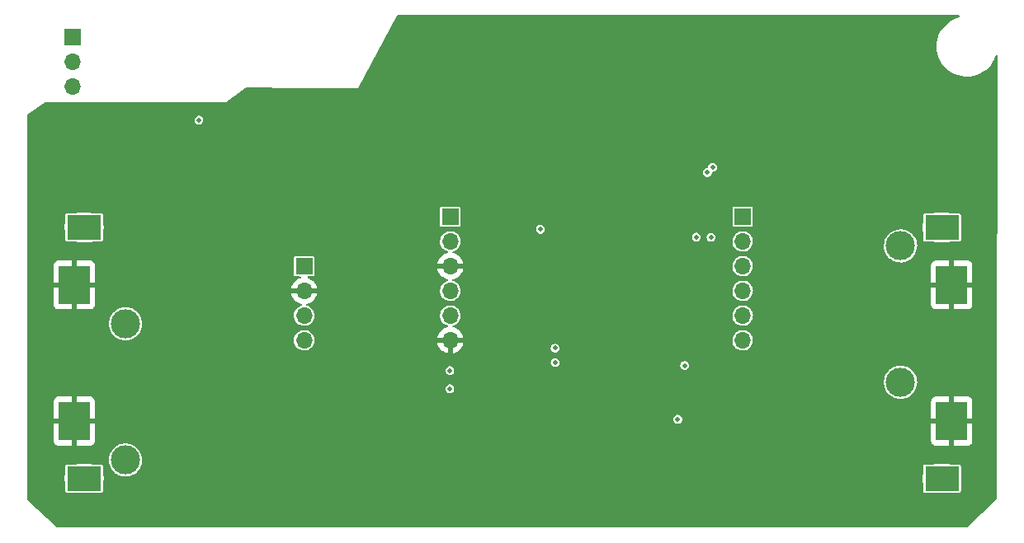
<source format=gbr>
G04 #@! TF.GenerationSoftware,KiCad,Pcbnew,6.0.2+dfsg-1*
G04 #@! TF.CreationDate,2022-08-30T21:03:38+10:00*
G04 #@! TF.ProjectId,AI.ABS.v1.single.ended.preamplifier,41492e41-4253-42e7-9631-2e73696e676c,rev?*
G04 #@! TF.SameCoordinates,Original*
G04 #@! TF.FileFunction,Copper,L3,Inr*
G04 #@! TF.FilePolarity,Positive*
%FSLAX45Y45*%
G04 Gerber Fmt 4.5, Leading zero omitted, Abs format (unit mm)*
G04 Created by KiCad (PCBNEW 6.0.2+dfsg-1) date 2022-08-30 21:03:38*
%MOMM*%
%LPD*%
G01*
G04 APERTURE LIST*
G04 #@! TA.AperFunction,ComponentPad*
%ADD10R,1.700000X1.700000*%
G04 #@! TD*
G04 #@! TA.AperFunction,ComponentPad*
%ADD11O,1.700000X1.700000*%
G04 #@! TD*
G04 #@! TA.AperFunction,WasherPad*
%ADD12R,3.500000X2.500000*%
G04 #@! TD*
G04 #@! TA.AperFunction,ComponentPad*
%ADD13C,3.000000*%
G04 #@! TD*
G04 #@! TA.AperFunction,ComponentPad*
%ADD14R,3.200000X4.000000*%
G04 #@! TD*
G04 #@! TA.AperFunction,ViaPad*
%ADD15C,0.500000*%
G04 #@! TD*
G04 APERTURE END LIST*
D10*
X16575000Y-12250000D03*
D11*
X16575000Y-12504000D03*
X16575000Y-12758000D03*
X16575000Y-13012000D03*
X16575000Y-13266000D03*
X16575000Y-13520000D03*
D10*
X13575000Y-12250000D03*
D11*
X13575000Y-12504000D03*
X13575000Y-12758000D03*
X13575000Y-13012000D03*
X13575000Y-13266000D03*
X13575000Y-13520000D03*
D10*
X12075000Y-12758000D03*
D11*
X12075000Y-13012000D03*
X12075000Y-13266000D03*
X12075000Y-13520000D03*
D10*
X9700000Y-10402000D03*
D11*
X9700000Y-10656000D03*
X9700000Y-10910000D03*
D12*
X9817500Y-12360000D03*
X9817500Y-14940000D03*
D13*
X10242500Y-13350000D03*
X10242500Y-14750000D03*
D14*
X9717500Y-12950000D03*
X9717500Y-14350000D03*
X18720000Y-12950000D03*
X18720000Y-14350000D03*
D13*
X18195000Y-12550000D03*
X18195000Y-13950000D03*
D12*
X18620000Y-12360000D03*
X18620000Y-14940000D03*
D15*
X11450000Y-11540000D03*
X11180000Y-11600000D03*
X10850000Y-11360000D03*
X11320000Y-11420000D03*
X11315000Y-11120000D03*
X12030000Y-10980000D03*
X10870000Y-11140000D03*
X11700000Y-11630000D03*
X11750000Y-11150000D03*
X14655000Y-13320000D03*
X15350000Y-13210000D03*
X15220000Y-13350000D03*
X14205000Y-13280000D03*
X10580000Y-11130000D03*
X15770000Y-14810000D03*
X14475000Y-14390000D03*
X15150000Y-14745000D03*
X12160000Y-15190000D03*
X11320000Y-14295000D03*
X11940000Y-14470000D03*
X11910000Y-13650000D03*
X11730000Y-13280000D03*
X11120000Y-12410000D03*
X11625000Y-12600000D03*
X12905000Y-13145000D03*
X12275000Y-14745000D03*
X12650000Y-14290000D03*
X12290000Y-13740000D03*
X12270000Y-13140000D03*
X12230000Y-14505000D03*
X12297500Y-12822500D03*
X15180000Y-12830000D03*
X15160000Y-13000000D03*
X11985000Y-12580000D03*
X11670000Y-13005000D03*
X11395000Y-13160000D03*
X9500000Y-11140000D03*
X9300000Y-11255000D03*
X9560000Y-12460000D03*
X10100000Y-12460000D03*
X9620000Y-13240000D03*
X9480000Y-12780000D03*
X9620000Y-14640000D03*
X9620000Y-13920000D03*
X9840000Y-13240000D03*
X9840000Y-13440000D03*
X9840000Y-14660000D03*
X10080000Y-14920000D03*
X9540000Y-14920000D03*
X9300000Y-15135000D03*
X18600000Y-14040000D03*
X18840000Y-14060000D03*
X18340000Y-13660000D03*
X18740000Y-13280000D03*
X19120000Y-13820000D03*
X19140000Y-13340000D03*
X18920000Y-12400000D03*
X18620000Y-12640000D03*
X18360000Y-12400000D03*
X18820000Y-12660000D03*
X12065000Y-11260000D03*
X18475000Y-10295000D03*
X19035000Y-10930000D03*
X16450000Y-13830000D03*
X15520000Y-13330000D03*
X14680000Y-14135000D03*
X15365000Y-14325000D03*
X15390000Y-13745000D03*
X15290000Y-14565000D03*
X14650000Y-14695000D03*
X13475000Y-14535000D03*
X13460000Y-14150000D03*
X13235000Y-13075000D03*
X13700000Y-13810000D03*
X14275000Y-14590000D03*
X15415000Y-14790000D03*
X14590000Y-14985000D03*
X14135000Y-15030000D03*
X19110000Y-15120000D03*
X18830000Y-15380000D03*
X16660000Y-15265000D03*
X13795000Y-15310000D03*
X12620000Y-15025000D03*
X13155000Y-14685000D03*
X13755000Y-12100000D03*
X12930000Y-12290000D03*
X12180000Y-13925000D03*
X11950000Y-13990000D03*
X10460000Y-13525000D03*
X10440000Y-14470000D03*
X10530000Y-13205000D03*
X10410000Y-11580000D03*
X10275000Y-11360000D03*
X9350000Y-12270000D03*
X9345000Y-13535000D03*
X9585000Y-15395000D03*
X12035000Y-14850000D03*
X11620000Y-15210000D03*
X12580000Y-13440000D03*
X15740000Y-12950000D03*
X15380000Y-12835000D03*
X16335000Y-13600000D03*
X15930000Y-12795000D03*
X14480000Y-13000000D03*
X13800000Y-14305000D03*
X13965000Y-12725000D03*
X12335000Y-14210000D03*
X12875000Y-13820000D03*
X10745000Y-12290000D03*
X17935000Y-11240000D03*
X17145000Y-14115000D03*
X18305000Y-12995000D03*
X17955000Y-12875000D03*
X17770000Y-14630000D03*
X10880000Y-14925000D03*
X10880000Y-13720000D03*
X9710000Y-11635000D03*
X12730000Y-10900000D03*
X15790000Y-11520000D03*
X12160000Y-11600000D03*
X16060000Y-10740000D03*
X16270000Y-11270000D03*
X16050000Y-11090000D03*
X16040000Y-10910000D03*
X16260000Y-12080000D03*
X16030000Y-11930000D03*
X16360000Y-11940000D03*
X16390000Y-11770000D03*
X16530000Y-11770000D03*
X16540000Y-11960000D03*
X16790000Y-12530000D03*
X16750000Y-12740000D03*
X17160000Y-12360000D03*
X16920000Y-12210000D03*
X16030000Y-12150000D03*
X15940000Y-12470000D03*
X16420000Y-13050000D03*
X16430000Y-13240000D03*
X16300000Y-13230000D03*
X16280000Y-12950000D03*
X16080000Y-12940000D03*
X16140000Y-13230000D03*
X16130000Y-13680000D03*
X16130000Y-13850000D03*
X16130000Y-14260000D03*
X16140000Y-14400000D03*
X16140000Y-14120000D03*
X16310000Y-14250000D03*
X16300000Y-14410000D03*
X16140000Y-14590000D03*
X17220000Y-13620000D03*
X17760000Y-14220000D03*
X17840000Y-14430000D03*
X17360000Y-13880000D03*
X14280000Y-11950000D03*
X14100000Y-12110000D03*
X14040000Y-11680000D03*
X13960000Y-11880000D03*
X11770000Y-11900000D03*
X12950000Y-11900000D03*
X13510000Y-11890000D03*
X12680000Y-12210000D03*
X11480000Y-11900000D03*
X11560000Y-11680000D03*
X13100000Y-10260000D03*
X14470000Y-10990000D03*
X14680000Y-10830000D03*
X15180000Y-10520000D03*
X15390000Y-11000000D03*
X15150000Y-10930000D03*
X13710000Y-10700000D03*
X14160000Y-11070000D03*
X14190000Y-11270000D03*
X13130000Y-11050000D03*
X13150000Y-11270000D03*
X14780000Y-11540000D03*
X14840000Y-11240000D03*
X15250000Y-11330000D03*
X15400000Y-12020000D03*
X15210000Y-11800000D03*
X14680000Y-11790000D03*
X14510000Y-11980000D03*
X14740000Y-12220000D03*
X14290000Y-12500000D03*
X14820000Y-12510000D03*
X15390000Y-12470000D03*
X15940000Y-13450000D03*
X14480000Y-12730000D03*
X14280000Y-12710000D03*
X15180000Y-14260000D03*
X15630000Y-15070000D03*
X12720000Y-12810000D03*
X16310000Y-10830000D03*
X16430000Y-10690000D03*
X14280000Y-12300000D03*
X13130000Y-12110000D03*
X13400000Y-12250000D03*
X13250000Y-12700000D03*
X13040000Y-12580000D03*
X10120000Y-13560000D03*
X10110000Y-13120000D03*
X14320000Y-12100000D03*
X14440000Y-12520000D03*
X14280000Y-13560000D03*
X14460000Y-13560000D03*
X14460000Y-13790000D03*
X14280000Y-13790000D03*
X14460000Y-13290000D03*
X14950000Y-13780000D03*
X15060000Y-13900000D03*
X15010000Y-13520000D03*
X13710000Y-14030000D03*
X14040000Y-13550000D03*
X14000000Y-13940000D03*
X16270000Y-12630000D03*
X16080000Y-12610000D03*
X16410000Y-12410000D03*
X14460000Y-12230000D03*
X16250000Y-12460000D03*
X16100000Y-12460000D03*
X16213483Y-11796517D03*
X16266517Y-11743483D03*
X13570000Y-14017500D03*
X14651250Y-13750000D03*
X13570000Y-13830000D03*
X14650000Y-13600000D03*
X15980000Y-13778750D03*
X15910000Y-14330000D03*
X10995500Y-11257500D03*
X14500000Y-12380000D03*
G04 #@! TA.AperFunction,Conductor*
G36*
X18801322Y-10181891D02*
G01*
X18804918Y-10186841D01*
X18804918Y-10192959D01*
X18801322Y-10197909D01*
X18798273Y-10199405D01*
X18771603Y-10207178D01*
X18771603Y-10207178D01*
X18771334Y-10207257D01*
X18738861Y-10220874D01*
X18738615Y-10221011D01*
X18738615Y-10221012D01*
X18735293Y-10222872D01*
X18708138Y-10238079D01*
X18679561Y-10258652D01*
X18653495Y-10282328D01*
X18630278Y-10308802D01*
X18610207Y-10337735D01*
X18593540Y-10368753D01*
X18593436Y-10369014D01*
X18593436Y-10369014D01*
X18583881Y-10392963D01*
X18580492Y-10401459D01*
X18580418Y-10401729D01*
X18580418Y-10401729D01*
X18571765Y-10433468D01*
X18571230Y-10435432D01*
X18571187Y-10435708D01*
X18571187Y-10435708D01*
X18566440Y-10466551D01*
X18565873Y-10470235D01*
X18565862Y-10470514D01*
X18565862Y-10470514D01*
X18564616Y-10502237D01*
X18564491Y-10505420D01*
X18564512Y-10505700D01*
X18567080Y-10540257D01*
X18567080Y-10540258D01*
X18567100Y-10540536D01*
X18573668Y-10575130D01*
X18584110Y-10608759D01*
X18598292Y-10640990D01*
X18598433Y-10641232D01*
X18598434Y-10641232D01*
X18608765Y-10658947D01*
X18616031Y-10671408D01*
X18637100Y-10699622D01*
X18661227Y-10725270D01*
X18688102Y-10748021D01*
X18717381Y-10767585D01*
X18717629Y-10767713D01*
X18717630Y-10767713D01*
X18739523Y-10778989D01*
X18748685Y-10783708D01*
X18748948Y-10783807D01*
X18748949Y-10783807D01*
X18781351Y-10796083D01*
X18781352Y-10796084D01*
X18781614Y-10796183D01*
X18815743Y-10804851D01*
X18850634Y-10809599D01*
X18850870Y-10809609D01*
X18850870Y-10809609D01*
X18862013Y-10810046D01*
X18862015Y-10810046D01*
X18862108Y-10810050D01*
X18883920Y-10810050D01*
X18903422Y-10808943D01*
X18909876Y-10808576D01*
X18909876Y-10808576D01*
X18910156Y-10808560D01*
X18910432Y-10808513D01*
X18910433Y-10808513D01*
X18944583Y-10802645D01*
X18944584Y-10802645D01*
X18944860Y-10802597D01*
X18945129Y-10802519D01*
X18945129Y-10802519D01*
X18978397Y-10792822D01*
X18978397Y-10792822D01*
X18978666Y-10792743D01*
X19011139Y-10779126D01*
X19041862Y-10761921D01*
X19070440Y-10741348D01*
X19096505Y-10717672D01*
X19097228Y-10716847D01*
X19119537Y-10691409D01*
X19119537Y-10691409D01*
X19119722Y-10691198D01*
X19139793Y-10662265D01*
X19156460Y-10631247D01*
X19165432Y-10608759D01*
X19169404Y-10598801D01*
X19169508Y-10598541D01*
X19170443Y-10595112D01*
X19173798Y-10589995D01*
X19179520Y-10587827D01*
X19185423Y-10589437D01*
X19189252Y-10594209D01*
X19189894Y-10597727D01*
X19185908Y-14285101D01*
X19185004Y-15121599D01*
X19184752Y-15123807D01*
X19184486Y-15124964D01*
X19184732Y-15126052D01*
X19184730Y-15126976D01*
X19184833Y-15128184D01*
X19183667Y-15150439D01*
X19181474Y-15156152D01*
X19180559Y-15157137D01*
X18877304Y-15442012D01*
X18871768Y-15444619D01*
X18871045Y-15444683D01*
X18869266Y-15444776D01*
X18868235Y-15444830D01*
X18867166Y-15444737D01*
X18866122Y-15444736D01*
X18865036Y-15444486D01*
X18863949Y-15444732D01*
X18863948Y-15444732D01*
X18863842Y-15444756D01*
X18861657Y-15445000D01*
X9553396Y-15445000D01*
X9551177Y-15444748D01*
X9550036Y-15444486D01*
X9548948Y-15444732D01*
X9548024Y-15444730D01*
X9546816Y-15444833D01*
X9544850Y-15444730D01*
X9543810Y-15444676D01*
X9538098Y-15442483D01*
X9537618Y-15442068D01*
X9537557Y-15442012D01*
X9234809Y-15162916D01*
X9231812Y-15157582D01*
X9231633Y-15156156D01*
X9230171Y-15128261D01*
X9230354Y-15126178D01*
X9230323Y-15126175D01*
X9230388Y-15125618D01*
X9230514Y-15125072D01*
X9230514Y-15125000D01*
X9230248Y-15123832D01*
X9230000Y-15121630D01*
X9230000Y-14950503D01*
X9617303Y-14950503D01*
X9621035Y-14974893D01*
X9621161Y-14975280D01*
X9621960Y-14977724D01*
X9622450Y-14980800D01*
X9622450Y-15066975D01*
X9623613Y-15072823D01*
X9628045Y-15079455D01*
X9634677Y-15083887D01*
X9635633Y-15084077D01*
X9635633Y-15084077D01*
X9637901Y-15084528D01*
X9640525Y-15085050D01*
X9727673Y-15085050D01*
X9730318Y-15085410D01*
X9738895Y-15087789D01*
X9738895Y-15087789D01*
X9739287Y-15087897D01*
X9739692Y-15087941D01*
X9739692Y-15087941D01*
X9747005Y-15088722D01*
X9759429Y-15090050D01*
X9873755Y-15090050D01*
X9873958Y-15090033D01*
X9873959Y-15090033D01*
X9891686Y-15088576D01*
X9891687Y-15088576D01*
X9892091Y-15088542D01*
X9892485Y-15088444D01*
X9892485Y-15088444D01*
X9904808Y-15085348D01*
X9907220Y-15085050D01*
X9994475Y-15085050D01*
X9997100Y-15084528D01*
X9999367Y-15084077D01*
X9999367Y-15084077D01*
X10000323Y-15083887D01*
X10006955Y-15079455D01*
X10011387Y-15072823D01*
X10012550Y-15066975D01*
X10012550Y-14981581D01*
X10012878Y-14979053D01*
X10012934Y-14978843D01*
X10013069Y-14978461D01*
X10017396Y-14954169D01*
X10017441Y-14950503D01*
X18419803Y-14950503D01*
X18423535Y-14974893D01*
X18423661Y-14975280D01*
X18424460Y-14977724D01*
X18424950Y-14980800D01*
X18424950Y-15066975D01*
X18426113Y-15072823D01*
X18430545Y-15079455D01*
X18437177Y-15083887D01*
X18438133Y-15084077D01*
X18438133Y-15084077D01*
X18440401Y-15084528D01*
X18443025Y-15085050D01*
X18530173Y-15085050D01*
X18532818Y-15085410D01*
X18541395Y-15087789D01*
X18541395Y-15087789D01*
X18541787Y-15087897D01*
X18542192Y-15087941D01*
X18542192Y-15087941D01*
X18549505Y-15088722D01*
X18561929Y-15090050D01*
X18676255Y-15090050D01*
X18676458Y-15090033D01*
X18676459Y-15090033D01*
X18694186Y-15088576D01*
X18694187Y-15088576D01*
X18694591Y-15088542D01*
X18694985Y-15088444D01*
X18694985Y-15088444D01*
X18707308Y-15085348D01*
X18709720Y-15085050D01*
X18796975Y-15085050D01*
X18799600Y-15084528D01*
X18801867Y-15084077D01*
X18801867Y-15084077D01*
X18802823Y-15083887D01*
X18809455Y-15079455D01*
X18813887Y-15072823D01*
X18815050Y-15066975D01*
X18815050Y-14981581D01*
X18815378Y-14979053D01*
X18815434Y-14978843D01*
X18815569Y-14978461D01*
X18819896Y-14954169D01*
X18820198Y-14929497D01*
X18816465Y-14905107D01*
X18815540Y-14902276D01*
X18815050Y-14899200D01*
X18815050Y-14813025D01*
X18813887Y-14807177D01*
X18809455Y-14800545D01*
X18802823Y-14796113D01*
X18801867Y-14795923D01*
X18801867Y-14795923D01*
X18799600Y-14795472D01*
X18796975Y-14794950D01*
X18709827Y-14794950D01*
X18707182Y-14794590D01*
X18698605Y-14792211D01*
X18698605Y-14792211D01*
X18698213Y-14792103D01*
X18697808Y-14792059D01*
X18697808Y-14792059D01*
X18690495Y-14791278D01*
X18678071Y-14789950D01*
X18563745Y-14789950D01*
X18563542Y-14789967D01*
X18563541Y-14789967D01*
X18545814Y-14791424D01*
X18545813Y-14791424D01*
X18545409Y-14791457D01*
X18545016Y-14791556D01*
X18545015Y-14791556D01*
X18532692Y-14794652D01*
X18530280Y-14794950D01*
X18443025Y-14794950D01*
X18440401Y-14795472D01*
X18438133Y-14795923D01*
X18438133Y-14795923D01*
X18437177Y-14796113D01*
X18430545Y-14800545D01*
X18426113Y-14807177D01*
X18424950Y-14813025D01*
X18424950Y-14898419D01*
X18424622Y-14900947D01*
X18424566Y-14901157D01*
X18424431Y-14901539D01*
X18420104Y-14925831D01*
X18419803Y-14950503D01*
X10017441Y-14950503D01*
X10017698Y-14929497D01*
X10013965Y-14905107D01*
X10013040Y-14902276D01*
X10012550Y-14899200D01*
X10012550Y-14813025D01*
X10011387Y-14807177D01*
X10006955Y-14800545D01*
X10000323Y-14796113D01*
X9999367Y-14795923D01*
X9999367Y-14795923D01*
X9997100Y-14795472D01*
X9994475Y-14794950D01*
X9907327Y-14794950D01*
X9904682Y-14794590D01*
X9896105Y-14792211D01*
X9896105Y-14792211D01*
X9895713Y-14792103D01*
X9895308Y-14792059D01*
X9895308Y-14792059D01*
X9887995Y-14791278D01*
X9875571Y-14789950D01*
X9761245Y-14789950D01*
X9761042Y-14789967D01*
X9761041Y-14789967D01*
X9743314Y-14791424D01*
X9743313Y-14791424D01*
X9742909Y-14791457D01*
X9742516Y-14791556D01*
X9742515Y-14791556D01*
X9730192Y-14794652D01*
X9727780Y-14794950D01*
X9640525Y-14794950D01*
X9637901Y-14795472D01*
X9635633Y-14795923D01*
X9635633Y-14795923D01*
X9634677Y-14796113D01*
X9628045Y-14800545D01*
X9623613Y-14807177D01*
X9622450Y-14813025D01*
X9622450Y-14898419D01*
X9622122Y-14900947D01*
X9622066Y-14901157D01*
X9621931Y-14901539D01*
X9617604Y-14925831D01*
X9617303Y-14950503D01*
X9230000Y-14950503D01*
X9230000Y-14745536D01*
X10072032Y-14745536D01*
X10073244Y-14770782D01*
X10078175Y-14795571D01*
X10078299Y-14795917D01*
X10078299Y-14795917D01*
X10080252Y-14801356D01*
X10086716Y-14819359D01*
X10098679Y-14841624D01*
X10113802Y-14861876D01*
X10131752Y-14879670D01*
X10132048Y-14879887D01*
X10132048Y-14879887D01*
X10142733Y-14887721D01*
X10152135Y-14894615D01*
X10174503Y-14906383D01*
X10174850Y-14906504D01*
X10174850Y-14906505D01*
X10183090Y-14909382D01*
X10198364Y-14914716D01*
X10223196Y-14919431D01*
X10236941Y-14919971D01*
X10248084Y-14920408D01*
X10248085Y-14920408D01*
X10248451Y-14920423D01*
X10273576Y-14917671D01*
X10285797Y-14914454D01*
X10297664Y-14911330D01*
X10297664Y-14911329D01*
X10298018Y-14911236D01*
X10321241Y-14901259D01*
X10325831Y-14898419D01*
X10342421Y-14888153D01*
X10342421Y-14888152D01*
X10342733Y-14887959D01*
X10362024Y-14871628D01*
X10370835Y-14861581D01*
X10378446Y-14852902D01*
X10378447Y-14852902D01*
X10378689Y-14852626D01*
X10392362Y-14831368D01*
X10397626Y-14819683D01*
X10402592Y-14808659D01*
X10402743Y-14808324D01*
X10404937Y-14800545D01*
X10407920Y-14789967D01*
X10409603Y-14783998D01*
X10412793Y-14758925D01*
X10413027Y-14750000D01*
X10413008Y-14749753D01*
X10413008Y-14749752D01*
X10411181Y-14725160D01*
X10411181Y-14725159D01*
X10411154Y-14724794D01*
X10405576Y-14700143D01*
X10396415Y-14676586D01*
X10383873Y-14654643D01*
X10368226Y-14634794D01*
X10367958Y-14634542D01*
X10367958Y-14634542D01*
X10350083Y-14617727D01*
X10349816Y-14617476D01*
X10329049Y-14603069D01*
X10324389Y-14600771D01*
X10306711Y-14592053D01*
X10306710Y-14592053D01*
X10306381Y-14591890D01*
X10306030Y-14591778D01*
X10306030Y-14591778D01*
X10290209Y-14586714D01*
X10282309Y-14584185D01*
X10281947Y-14584126D01*
X10281947Y-14584126D01*
X10257724Y-14580181D01*
X10257724Y-14580181D01*
X10257362Y-14580122D01*
X10256996Y-14580117D01*
X10256996Y-14580117D01*
X10244726Y-14579957D01*
X10232090Y-14579791D01*
X10231727Y-14579841D01*
X10231726Y-14579841D01*
X10215770Y-14582012D01*
X10207046Y-14583200D01*
X10182780Y-14590272D01*
X10159827Y-14600854D01*
X10138690Y-14614712D01*
X10119833Y-14631542D01*
X10119599Y-14631824D01*
X10119599Y-14631824D01*
X10103907Y-14650692D01*
X10103672Y-14650975D01*
X10090560Y-14672582D01*
X10080785Y-14695891D01*
X10074564Y-14720388D01*
X10072032Y-14745536D01*
X9230000Y-14745536D01*
X9230000Y-14554541D01*
X9506700Y-14554541D01*
X9506729Y-14555075D01*
X9507308Y-14560403D01*
X9507593Y-14561602D01*
X9512235Y-14573985D01*
X9512906Y-14575211D01*
X9520786Y-14585726D01*
X9521774Y-14586714D01*
X9532289Y-14594594D01*
X9533515Y-14595265D01*
X9545898Y-14599907D01*
X9547097Y-14600192D01*
X9552425Y-14600771D01*
X9552959Y-14600800D01*
X9690532Y-14600800D01*
X9691801Y-14600388D01*
X9692100Y-14599976D01*
X9692100Y-14599232D01*
X9742900Y-14599232D01*
X9743312Y-14600500D01*
X9743724Y-14600800D01*
X9882041Y-14600800D01*
X9882575Y-14600771D01*
X9887904Y-14600192D01*
X9889102Y-14599907D01*
X9901486Y-14595265D01*
X9902711Y-14594594D01*
X9913226Y-14586714D01*
X9914214Y-14585726D01*
X9922094Y-14575211D01*
X9922765Y-14573985D01*
X9927407Y-14561602D01*
X9927692Y-14560403D01*
X9928271Y-14555075D01*
X9928300Y-14554541D01*
X9928300Y-14554541D01*
X18509200Y-14554541D01*
X18509229Y-14555075D01*
X18509808Y-14560403D01*
X18510093Y-14561602D01*
X18514735Y-14573985D01*
X18515406Y-14575211D01*
X18523286Y-14585726D01*
X18524274Y-14586714D01*
X18534789Y-14594594D01*
X18536015Y-14595265D01*
X18548398Y-14599907D01*
X18549597Y-14600192D01*
X18554925Y-14600771D01*
X18555459Y-14600800D01*
X18693032Y-14600800D01*
X18694301Y-14600388D01*
X18694600Y-14599976D01*
X18694600Y-14599232D01*
X18745400Y-14599232D01*
X18745812Y-14600500D01*
X18746224Y-14600800D01*
X18884541Y-14600800D01*
X18885075Y-14600771D01*
X18890404Y-14600192D01*
X18891602Y-14599907D01*
X18903986Y-14595265D01*
X18905211Y-14594594D01*
X18915726Y-14586714D01*
X18916714Y-14585726D01*
X18924594Y-14575211D01*
X18925265Y-14573985D01*
X18929907Y-14561602D01*
X18930192Y-14560403D01*
X18930771Y-14555075D01*
X18930800Y-14554541D01*
X18930800Y-14376968D01*
X18930388Y-14375699D01*
X18929976Y-14375400D01*
X18746968Y-14375400D01*
X18745700Y-14375812D01*
X18745400Y-14376224D01*
X18745400Y-14599232D01*
X18694600Y-14599232D01*
X18694600Y-14376968D01*
X18694188Y-14375699D01*
X18693776Y-14375400D01*
X18510768Y-14375400D01*
X18509500Y-14375812D01*
X18509200Y-14376224D01*
X18509200Y-14554541D01*
X9928300Y-14554541D01*
X9928300Y-14376968D01*
X9927888Y-14375699D01*
X9927476Y-14375400D01*
X9744468Y-14375400D01*
X9743200Y-14375812D01*
X9742900Y-14376224D01*
X9742900Y-14599232D01*
X9692100Y-14599232D01*
X9692100Y-14376968D01*
X9691688Y-14375699D01*
X9691276Y-14375400D01*
X9508268Y-14375400D01*
X9507000Y-14375812D01*
X9506700Y-14376224D01*
X9506700Y-14554541D01*
X9230000Y-14554541D01*
X9230000Y-14329444D01*
X15864490Y-14329444D01*
X15864582Y-14330144D01*
X15864582Y-14330144D01*
X15864708Y-14331112D01*
X15866163Y-14342239D01*
X15866447Y-14342884D01*
X15866447Y-14342885D01*
X15867146Y-14344472D01*
X15871360Y-14354051D01*
X15875512Y-14358990D01*
X15879210Y-14363389D01*
X15879210Y-14363389D01*
X15879664Y-14363929D01*
X15890406Y-14371080D01*
X15891079Y-14371290D01*
X15891079Y-14371290D01*
X15896565Y-14373004D01*
X15902723Y-14374928D01*
X15909174Y-14375046D01*
X15914920Y-14375151D01*
X15914920Y-14375151D01*
X15915625Y-14375164D01*
X15916306Y-14374979D01*
X15916306Y-14374979D01*
X15920483Y-14373840D01*
X15928075Y-14371770D01*
X15939072Y-14365018D01*
X15947732Y-14355451D01*
X15953359Y-14343837D01*
X15955500Y-14331112D01*
X15955513Y-14330000D01*
X15954515Y-14323032D01*
X18509200Y-14323032D01*
X18509612Y-14324300D01*
X18510024Y-14324600D01*
X18693032Y-14324600D01*
X18694301Y-14324188D01*
X18694600Y-14323776D01*
X18694600Y-14323032D01*
X18745400Y-14323032D01*
X18745812Y-14324300D01*
X18746224Y-14324600D01*
X18929232Y-14324600D01*
X18930500Y-14324188D01*
X18930800Y-14323776D01*
X18930800Y-14145459D01*
X18930771Y-14144925D01*
X18930192Y-14139596D01*
X18929907Y-14138398D01*
X18925265Y-14126014D01*
X18924594Y-14124789D01*
X18916714Y-14114274D01*
X18915726Y-14113286D01*
X18905211Y-14105406D01*
X18903986Y-14104735D01*
X18891602Y-14100093D01*
X18890403Y-14099808D01*
X18885075Y-14099229D01*
X18884541Y-14099200D01*
X18746968Y-14099200D01*
X18745700Y-14099612D01*
X18745400Y-14100024D01*
X18745400Y-14323032D01*
X18694600Y-14323032D01*
X18694600Y-14100768D01*
X18694188Y-14099500D01*
X18693776Y-14099200D01*
X18555459Y-14099200D01*
X18554925Y-14099229D01*
X18549597Y-14099808D01*
X18548398Y-14100093D01*
X18536015Y-14104735D01*
X18534789Y-14105406D01*
X18524274Y-14113286D01*
X18523286Y-14114274D01*
X18515406Y-14124789D01*
X18514735Y-14126014D01*
X18510093Y-14138398D01*
X18509808Y-14139597D01*
X18509229Y-14144925D01*
X18509200Y-14145459D01*
X18509200Y-14323032D01*
X15954515Y-14323032D01*
X15953684Y-14317226D01*
X15948343Y-14305479D01*
X15939919Y-14295703D01*
X15939328Y-14295319D01*
X15939327Y-14295319D01*
X15929682Y-14289068D01*
X15929091Y-14288684D01*
X15928415Y-14288482D01*
X15928415Y-14288482D01*
X15924133Y-14287202D01*
X15916727Y-14284987D01*
X15909064Y-14284940D01*
X15904528Y-14284912D01*
X15903823Y-14284908D01*
X15903145Y-14285101D01*
X15903145Y-14285101D01*
X15892093Y-14288260D01*
X15892093Y-14288260D01*
X15891415Y-14288454D01*
X15880502Y-14295340D01*
X15871960Y-14305012D01*
X15866475Y-14316693D01*
X15864490Y-14329444D01*
X9230000Y-14329444D01*
X9230000Y-14323032D01*
X9506700Y-14323032D01*
X9507112Y-14324300D01*
X9507524Y-14324600D01*
X9690532Y-14324600D01*
X9691801Y-14324188D01*
X9692100Y-14323776D01*
X9692100Y-14323032D01*
X9742900Y-14323032D01*
X9743312Y-14324300D01*
X9743724Y-14324600D01*
X9926732Y-14324600D01*
X9928000Y-14324188D01*
X9928300Y-14323776D01*
X9928300Y-14145459D01*
X9928271Y-14144925D01*
X9927692Y-14139596D01*
X9927407Y-14138398D01*
X9922765Y-14126014D01*
X9922094Y-14124789D01*
X9914214Y-14114274D01*
X9913226Y-14113286D01*
X9902711Y-14105406D01*
X9901486Y-14104735D01*
X9889102Y-14100093D01*
X9887903Y-14099808D01*
X9882575Y-14099229D01*
X9882041Y-14099200D01*
X9744468Y-14099200D01*
X9743200Y-14099612D01*
X9742900Y-14100024D01*
X9742900Y-14323032D01*
X9692100Y-14323032D01*
X9692100Y-14100768D01*
X9691688Y-14099500D01*
X9691276Y-14099200D01*
X9552959Y-14099200D01*
X9552425Y-14099229D01*
X9547097Y-14099808D01*
X9545898Y-14100093D01*
X9533515Y-14104735D01*
X9532289Y-14105406D01*
X9521774Y-14113286D01*
X9520786Y-14114274D01*
X9512906Y-14124789D01*
X9512235Y-14126014D01*
X9507593Y-14138398D01*
X9507308Y-14139597D01*
X9506729Y-14144925D01*
X9506700Y-14145459D01*
X9506700Y-14323032D01*
X9230000Y-14323032D01*
X9230000Y-14016944D01*
X13524490Y-14016944D01*
X13524582Y-14017644D01*
X13524582Y-14017644D01*
X13524708Y-14018612D01*
X13526163Y-14029739D01*
X13526447Y-14030384D01*
X13526447Y-14030385D01*
X13527146Y-14031972D01*
X13531360Y-14041551D01*
X13535512Y-14046490D01*
X13539210Y-14050889D01*
X13539210Y-14050889D01*
X13539664Y-14051429D01*
X13550406Y-14058580D01*
X13551079Y-14058790D01*
X13551079Y-14058790D01*
X13556565Y-14060504D01*
X13562723Y-14062428D01*
X13569174Y-14062546D01*
X13574920Y-14062651D01*
X13574920Y-14062651D01*
X13575625Y-14062664D01*
X13576306Y-14062479D01*
X13576306Y-14062479D01*
X13580483Y-14061340D01*
X13588075Y-14059270D01*
X13599072Y-14052518D01*
X13607732Y-14042951D01*
X13613359Y-14031337D01*
X13615319Y-14019683D01*
X13615436Y-14018989D01*
X13615436Y-14018989D01*
X13615500Y-14018612D01*
X13615513Y-14017500D01*
X13613684Y-14004726D01*
X13609679Y-13995917D01*
X13608635Y-13993621D01*
X13608635Y-13993621D01*
X13608343Y-13992979D01*
X13600909Y-13984352D01*
X13600380Y-13983737D01*
X13600380Y-13983737D01*
X13599919Y-13983203D01*
X13599328Y-13982819D01*
X13599327Y-13982819D01*
X13589682Y-13976568D01*
X13589091Y-13976184D01*
X13588415Y-13975982D01*
X13588415Y-13975982D01*
X13584133Y-13974702D01*
X13576727Y-13972487D01*
X13569064Y-13972440D01*
X13564528Y-13972412D01*
X13563823Y-13972408D01*
X13563145Y-13972601D01*
X13563145Y-13972601D01*
X13552093Y-13975760D01*
X13552093Y-13975760D01*
X13551415Y-13975954D01*
X13540502Y-13982840D01*
X13531960Y-13992512D01*
X13526475Y-14004193D01*
X13524490Y-14016944D01*
X9230000Y-14016944D01*
X9230000Y-13945536D01*
X18024532Y-13945536D01*
X18025744Y-13970782D01*
X18028444Y-13984352D01*
X18030194Y-13993150D01*
X18030675Y-13995571D01*
X18030799Y-13995917D01*
X18030799Y-13995917D01*
X18038412Y-14017121D01*
X18039216Y-14019359D01*
X18051179Y-14041624D01*
X18051399Y-14041919D01*
X18063841Y-14058580D01*
X18066302Y-14061876D01*
X18084252Y-14079670D01*
X18084548Y-14079887D01*
X18084548Y-14079887D01*
X18095233Y-14087721D01*
X18104635Y-14094615D01*
X18127003Y-14106383D01*
X18127350Y-14106504D01*
X18127350Y-14106505D01*
X18135590Y-14109382D01*
X18150864Y-14114716D01*
X18175696Y-14119431D01*
X18189441Y-14119971D01*
X18200584Y-14120408D01*
X18200585Y-14120408D01*
X18200951Y-14120423D01*
X18226076Y-14117671D01*
X18242732Y-14113286D01*
X18250164Y-14111330D01*
X18250164Y-14111329D01*
X18250518Y-14111236D01*
X18273741Y-14101259D01*
X18274053Y-14101066D01*
X18294921Y-14088153D01*
X18294921Y-14088152D01*
X18295233Y-14087959D01*
X18314524Y-14071628D01*
X18325685Y-14058901D01*
X18330946Y-14052902D01*
X18330947Y-14052902D01*
X18331189Y-14052626D01*
X18331595Y-14051995D01*
X18337820Y-14042316D01*
X18344862Y-14031368D01*
X18345911Y-14029040D01*
X18355092Y-14008659D01*
X18355243Y-14008324D01*
X18362103Y-13983998D01*
X18365293Y-13958925D01*
X18365527Y-13950000D01*
X18365508Y-13949753D01*
X18365508Y-13949752D01*
X18363681Y-13925160D01*
X18363681Y-13925159D01*
X18363654Y-13924794D01*
X18358076Y-13900143D01*
X18348915Y-13876586D01*
X18336373Y-13854643D01*
X18320726Y-13834794D01*
X18320458Y-13834542D01*
X18320458Y-13834542D01*
X18308685Y-13823467D01*
X18302316Y-13817476D01*
X18281549Y-13803069D01*
X18281219Y-13802907D01*
X18259211Y-13792053D01*
X18259210Y-13792053D01*
X18258881Y-13791890D01*
X18258530Y-13791778D01*
X18258530Y-13791778D01*
X18244011Y-13787130D01*
X18234809Y-13784185D01*
X18234447Y-13784126D01*
X18234447Y-13784126D01*
X18210224Y-13780181D01*
X18210224Y-13780181D01*
X18209862Y-13780122D01*
X18209496Y-13780117D01*
X18209496Y-13780117D01*
X18197226Y-13779957D01*
X18184590Y-13779791D01*
X18184227Y-13779841D01*
X18184226Y-13779841D01*
X18168270Y-13782012D01*
X18159546Y-13783200D01*
X18135280Y-13790272D01*
X18112327Y-13800854D01*
X18096579Y-13811178D01*
X18092067Y-13814137D01*
X18091190Y-13814712D01*
X18090917Y-13814956D01*
X18090917Y-13814956D01*
X18075465Y-13828747D01*
X18072333Y-13831542D01*
X18072099Y-13831824D01*
X18072099Y-13831824D01*
X18062107Y-13843837D01*
X18056172Y-13850975D01*
X18043060Y-13872582D01*
X18033285Y-13895891D01*
X18027064Y-13920388D01*
X18024532Y-13945536D01*
X9230000Y-13945536D01*
X9230000Y-13829444D01*
X13524490Y-13829444D01*
X13524582Y-13830144D01*
X13524582Y-13830144D01*
X13524708Y-13831112D01*
X13526163Y-13842239D01*
X13526447Y-13842884D01*
X13526447Y-13842885D01*
X13530145Y-13851289D01*
X13531360Y-13854051D01*
X13535512Y-13858990D01*
X13539210Y-13863389D01*
X13539210Y-13863389D01*
X13539664Y-13863929D01*
X13550406Y-13871080D01*
X13551079Y-13871290D01*
X13551079Y-13871290D01*
X13556302Y-13872922D01*
X13562723Y-13874928D01*
X13569174Y-13875046D01*
X13574920Y-13875151D01*
X13574920Y-13875151D01*
X13575625Y-13875164D01*
X13576306Y-13874979D01*
X13576306Y-13874979D01*
X13580483Y-13873840D01*
X13588075Y-13871770D01*
X13599072Y-13865018D01*
X13607732Y-13855451D01*
X13613359Y-13843837D01*
X13614460Y-13837294D01*
X13615436Y-13831489D01*
X13615436Y-13831489D01*
X13615500Y-13831112D01*
X13615513Y-13830000D01*
X13613684Y-13817226D01*
X13608343Y-13805479D01*
X13599919Y-13795703D01*
X13599328Y-13795319D01*
X13599327Y-13795319D01*
X13589682Y-13789068D01*
X13589091Y-13788684D01*
X13588415Y-13788482D01*
X13588415Y-13788482D01*
X13578066Y-13785387D01*
X13576727Y-13784987D01*
X13569064Y-13784940D01*
X13564528Y-13784912D01*
X13563823Y-13784908D01*
X13563145Y-13785101D01*
X13563145Y-13785101D01*
X13552093Y-13788260D01*
X13552093Y-13788260D01*
X13551415Y-13788454D01*
X13550819Y-13788830D01*
X13548533Y-13790272D01*
X13540502Y-13795340D01*
X13531960Y-13805012D01*
X13526475Y-13816693D01*
X13524490Y-13829444D01*
X9230000Y-13829444D01*
X9230000Y-13749444D01*
X14605740Y-13749444D01*
X14605832Y-13750144D01*
X14605832Y-13750144D01*
X14605958Y-13751112D01*
X14607413Y-13762239D01*
X14607697Y-13762884D01*
X14607697Y-13762885D01*
X14609365Y-13766674D01*
X14612610Y-13774051D01*
X14615507Y-13777497D01*
X14620460Y-13783389D01*
X14620460Y-13783389D01*
X14620914Y-13783929D01*
X14631656Y-13791080D01*
X14632329Y-13791290D01*
X14632329Y-13791290D01*
X14637815Y-13793004D01*
X14643973Y-13794928D01*
X14650424Y-13795046D01*
X14656170Y-13795151D01*
X14656170Y-13795151D01*
X14656875Y-13795164D01*
X14657556Y-13794979D01*
X14657556Y-13794979D01*
X14663998Y-13793222D01*
X14669325Y-13791770D01*
X14680322Y-13785018D01*
X14681875Y-13783302D01*
X14686499Y-13778194D01*
X15934490Y-13778194D01*
X15934582Y-13778894D01*
X15934582Y-13778894D01*
X15934699Y-13779791D01*
X15936163Y-13790989D01*
X15936447Y-13791634D01*
X15936447Y-13791635D01*
X15941076Y-13802155D01*
X15941360Y-13802801D01*
X15943756Y-13805650D01*
X15949210Y-13812139D01*
X15949210Y-13812139D01*
X15949664Y-13812679D01*
X15960406Y-13819830D01*
X15961079Y-13820040D01*
X15961079Y-13820040D01*
X15966565Y-13821754D01*
X15972723Y-13823678D01*
X15979174Y-13823796D01*
X15984920Y-13823901D01*
X15984920Y-13823901D01*
X15985625Y-13823914D01*
X15986306Y-13823729D01*
X15986306Y-13823729D01*
X15990483Y-13822590D01*
X15998075Y-13820520D01*
X16009072Y-13813768D01*
X16010547Y-13812139D01*
X16017259Y-13804723D01*
X16017259Y-13804723D01*
X16017732Y-13804201D01*
X16023359Y-13792587D01*
X16024772Y-13784185D01*
X16025436Y-13780239D01*
X16025436Y-13780239D01*
X16025500Y-13779862D01*
X16025513Y-13778750D01*
X16023684Y-13765976D01*
X16018343Y-13754229D01*
X16009919Y-13744453D01*
X16009328Y-13744069D01*
X16009327Y-13744069D01*
X15999682Y-13737818D01*
X15999091Y-13737434D01*
X15998415Y-13737232D01*
X15998415Y-13737232D01*
X15994133Y-13735952D01*
X15986727Y-13733737D01*
X15979064Y-13733690D01*
X15974528Y-13733662D01*
X15973823Y-13733658D01*
X15973145Y-13733851D01*
X15973145Y-13733851D01*
X15962093Y-13737010D01*
X15962093Y-13737010D01*
X15961415Y-13737204D01*
X15950502Y-13744090D01*
X15941960Y-13753762D01*
X15936475Y-13765443D01*
X15934490Y-13778194D01*
X14686499Y-13778194D01*
X14688509Y-13775973D01*
X14688509Y-13775973D01*
X14688982Y-13775451D01*
X14693493Y-13766140D01*
X14694301Y-13764472D01*
X14694301Y-13764472D01*
X14694609Y-13763837D01*
X14696196Y-13754400D01*
X14696686Y-13751489D01*
X14696686Y-13751489D01*
X14696750Y-13751112D01*
X14696763Y-13750000D01*
X14694934Y-13737226D01*
X14689593Y-13725479D01*
X14681169Y-13715703D01*
X14680578Y-13715319D01*
X14680577Y-13715319D01*
X14670932Y-13709068D01*
X14670341Y-13708684D01*
X14669665Y-13708482D01*
X14669665Y-13708482D01*
X14665383Y-13707202D01*
X14657977Y-13704987D01*
X14650314Y-13704940D01*
X14645778Y-13704912D01*
X14645073Y-13704908D01*
X14644395Y-13705101D01*
X14644395Y-13705101D01*
X14633343Y-13708260D01*
X14633343Y-13708260D01*
X14632665Y-13708454D01*
X14621752Y-13715340D01*
X14613210Y-13725012D01*
X14607725Y-13736693D01*
X14605740Y-13749444D01*
X9230000Y-13749444D01*
X9230000Y-13345536D01*
X10072032Y-13345536D01*
X10073244Y-13370782D01*
X10078175Y-13395571D01*
X10078299Y-13395917D01*
X10078299Y-13395917D01*
X10081538Y-13404937D01*
X10086716Y-13419359D01*
X10098679Y-13441624D01*
X10113802Y-13461876D01*
X10131752Y-13479670D01*
X10132048Y-13479887D01*
X10132048Y-13479887D01*
X10142733Y-13487721D01*
X10152135Y-13494615D01*
X10174503Y-13506383D01*
X10174850Y-13506504D01*
X10174850Y-13506505D01*
X10183090Y-13509382D01*
X10198364Y-13514716D01*
X10223196Y-13519431D01*
X10236941Y-13519971D01*
X10248084Y-13520408D01*
X10248085Y-13520408D01*
X10248451Y-13520423D01*
X10265770Y-13518526D01*
X11969452Y-13518526D01*
X11971176Y-13539055D01*
X11971309Y-13539520D01*
X11971309Y-13539520D01*
X11976683Y-13558260D01*
X11976854Y-13558859D01*
X11986271Y-13577182D01*
X11999068Y-13593327D01*
X11999436Y-13593640D01*
X11999436Y-13593640D01*
X12010702Y-13603228D01*
X12014756Y-13606679D01*
X12015179Y-13606915D01*
X12015179Y-13606915D01*
X12025860Y-13612885D01*
X12032740Y-13616730D01*
X12033200Y-13616879D01*
X12051872Y-13622946D01*
X12051873Y-13622946D01*
X12052333Y-13623096D01*
X12072789Y-13625535D01*
X12073272Y-13625498D01*
X12073272Y-13625498D01*
X12080054Y-13624976D01*
X12093330Y-13623955D01*
X12113172Y-13618414D01*
X12113604Y-13618197D01*
X12113604Y-13618196D01*
X12131129Y-13609344D01*
X12131129Y-13609344D01*
X12131561Y-13609126D01*
X12132229Y-13608603D01*
X12147413Y-13596741D01*
X12147414Y-13596740D01*
X12147795Y-13596442D01*
X12161256Y-13580847D01*
X12163123Y-13577561D01*
X12171193Y-13563355D01*
X12171193Y-13563355D01*
X12171432Y-13562934D01*
X12172034Y-13561126D01*
X12176832Y-13546701D01*
X13441804Y-13546701D01*
X13444881Y-13560352D01*
X13445123Y-13561126D01*
X13453218Y-13581062D01*
X13453584Y-13581786D01*
X13464827Y-13600132D01*
X13465306Y-13600787D01*
X13479393Y-13617050D01*
X13479973Y-13617618D01*
X13496529Y-13631363D01*
X13497192Y-13631827D01*
X13515771Y-13642684D01*
X13516501Y-13643033D01*
X13536604Y-13650710D01*
X13537381Y-13650936D01*
X13548064Y-13653109D01*
X13549385Y-13652959D01*
X13549600Y-13652140D01*
X13549600Y-13652095D01*
X13600400Y-13652095D01*
X13600812Y-13653364D01*
X13600965Y-13653475D01*
X13601488Y-13653524D01*
X13602929Y-13653339D01*
X13603720Y-13653171D01*
X13624330Y-13646988D01*
X13625085Y-13646692D01*
X13644409Y-13637225D01*
X13645105Y-13636810D01*
X13662623Y-13624315D01*
X13663241Y-13623792D01*
X13678483Y-13608603D01*
X13679009Y-13607986D01*
X13685147Y-13599444D01*
X14604490Y-13599444D01*
X14604582Y-13600144D01*
X14604582Y-13600144D01*
X14604666Y-13600787D01*
X14606163Y-13612239D01*
X14606447Y-13612884D01*
X14606447Y-13612885D01*
X14611076Y-13623405D01*
X14611360Y-13624051D01*
X14615512Y-13628990D01*
X14619210Y-13633389D01*
X14619210Y-13633389D01*
X14619664Y-13633929D01*
X14630406Y-13641080D01*
X14631079Y-13641290D01*
X14631079Y-13641290D01*
X14635541Y-13642684D01*
X14642723Y-13644928D01*
X14649174Y-13645046D01*
X14654920Y-13645151D01*
X14654920Y-13645151D01*
X14655625Y-13645164D01*
X14656306Y-13644979D01*
X14656306Y-13644979D01*
X14660483Y-13643840D01*
X14668075Y-13641770D01*
X14679072Y-13635018D01*
X14681961Y-13631827D01*
X14687259Y-13625973D01*
X14687259Y-13625973D01*
X14687732Y-13625451D01*
X14693359Y-13613837D01*
X14695500Y-13601112D01*
X14695513Y-13600000D01*
X14693684Y-13587226D01*
X14689117Y-13577182D01*
X14688635Y-13576121D01*
X14688635Y-13576121D01*
X14688343Y-13575479D01*
X14679919Y-13565703D01*
X14679328Y-13565319D01*
X14679327Y-13565319D01*
X14669682Y-13559068D01*
X14669091Y-13558684D01*
X14668415Y-13558482D01*
X14668415Y-13558482D01*
X14664133Y-13557202D01*
X14656727Y-13554987D01*
X14649064Y-13554940D01*
X14644528Y-13554912D01*
X14643823Y-13554908D01*
X14643145Y-13555101D01*
X14643145Y-13555101D01*
X14632093Y-13558260D01*
X14632093Y-13558260D01*
X14631415Y-13558454D01*
X14620502Y-13565340D01*
X14611960Y-13575012D01*
X14606475Y-13586693D01*
X14604490Y-13599444D01*
X13685147Y-13599444D01*
X13691565Y-13590512D01*
X13691982Y-13589818D01*
X13701516Y-13570527D01*
X13701814Y-13569774D01*
X13708070Y-13549184D01*
X13708241Y-13548394D01*
X13708430Y-13546955D01*
X13708187Y-13545643D01*
X13708057Y-13545519D01*
X13707529Y-13545400D01*
X13601968Y-13545400D01*
X13600699Y-13545812D01*
X13600400Y-13546224D01*
X13600400Y-13652095D01*
X13549600Y-13652095D01*
X13549600Y-13546968D01*
X13549188Y-13545699D01*
X13548776Y-13545400D01*
X13443079Y-13545400D01*
X13441846Y-13545801D01*
X13441804Y-13546701D01*
X12176832Y-13546701D01*
X12177782Y-13543845D01*
X12177782Y-13543845D01*
X12177935Y-13543386D01*
X12180517Y-13522947D01*
X12180558Y-13520000D01*
X12180414Y-13518526D01*
X16469452Y-13518526D01*
X16471176Y-13539055D01*
X16471309Y-13539520D01*
X16471309Y-13539520D01*
X16476683Y-13558260D01*
X16476854Y-13558859D01*
X16486271Y-13577182D01*
X16499068Y-13593327D01*
X16499436Y-13593640D01*
X16499436Y-13593640D01*
X16510702Y-13603228D01*
X16514756Y-13606679D01*
X16515179Y-13606915D01*
X16515179Y-13606915D01*
X16525860Y-13612885D01*
X16532740Y-13616730D01*
X16533200Y-13616879D01*
X16551872Y-13622946D01*
X16551873Y-13622946D01*
X16552333Y-13623096D01*
X16572789Y-13625535D01*
X16573272Y-13625498D01*
X16573272Y-13625498D01*
X16580054Y-13624976D01*
X16593330Y-13623955D01*
X16613172Y-13618414D01*
X16613604Y-13618197D01*
X16613604Y-13618196D01*
X16631129Y-13609344D01*
X16631129Y-13609344D01*
X16631561Y-13609126D01*
X16632229Y-13608603D01*
X16647413Y-13596741D01*
X16647414Y-13596740D01*
X16647795Y-13596442D01*
X16661256Y-13580847D01*
X16663123Y-13577561D01*
X16671193Y-13563355D01*
X16671193Y-13563355D01*
X16671432Y-13562934D01*
X16672034Y-13561126D01*
X16677782Y-13543845D01*
X16677782Y-13543845D01*
X16677935Y-13543386D01*
X16680517Y-13522947D01*
X16680558Y-13520000D01*
X16680321Y-13517578D01*
X16678595Y-13499978D01*
X16678595Y-13499978D01*
X16678548Y-13499497D01*
X16672593Y-13479775D01*
X16662922Y-13461585D01*
X16649901Y-13445620D01*
X16639723Y-13437200D01*
X16634400Y-13432796D01*
X16634400Y-13432796D01*
X16634027Y-13432488D01*
X16615905Y-13422690D01*
X16606193Y-13419683D01*
X16596687Y-13416741D01*
X16596687Y-13416741D01*
X16596225Y-13416598D01*
X16595745Y-13416547D01*
X16595744Y-13416547D01*
X16576218Y-13414495D01*
X16576218Y-13414495D01*
X16575737Y-13414444D01*
X16569735Y-13414990D01*
X16555702Y-13416267D01*
X16555702Y-13416268D01*
X16555220Y-13416311D01*
X16535457Y-13422128D01*
X16535029Y-13422352D01*
X16535029Y-13422352D01*
X16533943Y-13422920D01*
X16517200Y-13431673D01*
X16516823Y-13431976D01*
X16501522Y-13444278D01*
X16501522Y-13444278D01*
X16501145Y-13444581D01*
X16500833Y-13444953D01*
X16500833Y-13444953D01*
X16494395Y-13452626D01*
X16487902Y-13460363D01*
X16487669Y-13460788D01*
X16487669Y-13460788D01*
X16487071Y-13461876D01*
X16477978Y-13478416D01*
X16477831Y-13478877D01*
X16477831Y-13478878D01*
X16477400Y-13480238D01*
X16471748Y-13498053D01*
X16471694Y-13498534D01*
X16471694Y-13498534D01*
X16469558Y-13517578D01*
X16469452Y-13518526D01*
X12180414Y-13518526D01*
X12180321Y-13517578D01*
X12178595Y-13499978D01*
X12178595Y-13499978D01*
X12178548Y-13499497D01*
X12176749Y-13493538D01*
X13441406Y-13493538D01*
X13441576Y-13494346D01*
X13441757Y-13494510D01*
X13442179Y-13494600D01*
X13707078Y-13494600D01*
X13708273Y-13494212D01*
X13708306Y-13493246D01*
X13704095Y-13476481D01*
X13703833Y-13475713D01*
X13695253Y-13455981D01*
X13694870Y-13455266D01*
X13683183Y-13437200D01*
X13682688Y-13436557D01*
X13668206Y-13420643D01*
X13667614Y-13420090D01*
X13650727Y-13406753D01*
X13650052Y-13406305D01*
X13631214Y-13395906D01*
X13630475Y-13395574D01*
X13610192Y-13388391D01*
X13609408Y-13388184D01*
X13602459Y-13386946D01*
X13597062Y-13384064D01*
X13594389Y-13378560D01*
X13595462Y-13372537D01*
X13599871Y-13368294D01*
X13601533Y-13367664D01*
X13605987Y-13366421D01*
X13613172Y-13364414D01*
X13613604Y-13364197D01*
X13613604Y-13364196D01*
X13631129Y-13355344D01*
X13631129Y-13355344D01*
X13631561Y-13355126D01*
X13643366Y-13345903D01*
X13647413Y-13342741D01*
X13647414Y-13342740D01*
X13647795Y-13342442D01*
X13661256Y-13326847D01*
X13663123Y-13323561D01*
X13671193Y-13309355D01*
X13671193Y-13309355D01*
X13671432Y-13308934D01*
X13672788Y-13304859D01*
X13677782Y-13289845D01*
X13677782Y-13289845D01*
X13677935Y-13289386D01*
X13680517Y-13268947D01*
X13680558Y-13266000D01*
X13680414Y-13264526D01*
X16469452Y-13264526D01*
X16471176Y-13285055D01*
X16471309Y-13285520D01*
X16471309Y-13285520D01*
X16475502Y-13300143D01*
X16476854Y-13304859D01*
X16486271Y-13323182D01*
X16499068Y-13339327D01*
X16499436Y-13339640D01*
X16499436Y-13339640D01*
X16510702Y-13349228D01*
X16514756Y-13352679D01*
X16515179Y-13352915D01*
X16515179Y-13352915D01*
X16519134Y-13355126D01*
X16532740Y-13362730D01*
X16533200Y-13362879D01*
X16551872Y-13368946D01*
X16551873Y-13368946D01*
X16552333Y-13369096D01*
X16572789Y-13371535D01*
X16573272Y-13371498D01*
X16573272Y-13371498D01*
X16580054Y-13370976D01*
X16593330Y-13369955D01*
X16613172Y-13364414D01*
X16613604Y-13364197D01*
X16613604Y-13364196D01*
X16631129Y-13355344D01*
X16631129Y-13355344D01*
X16631561Y-13355126D01*
X16643366Y-13345903D01*
X16647413Y-13342741D01*
X16647414Y-13342740D01*
X16647795Y-13342442D01*
X16661256Y-13326847D01*
X16663123Y-13323561D01*
X16671193Y-13309355D01*
X16671193Y-13309355D01*
X16671432Y-13308934D01*
X16672788Y-13304859D01*
X16677782Y-13289845D01*
X16677782Y-13289845D01*
X16677935Y-13289386D01*
X16680517Y-13268947D01*
X16680558Y-13266000D01*
X16679085Y-13250975D01*
X16678595Y-13245978D01*
X16678595Y-13245978D01*
X16678548Y-13245497D01*
X16672593Y-13225775D01*
X16662922Y-13207585D01*
X16649901Y-13191620D01*
X16648646Y-13190581D01*
X16634400Y-13178796D01*
X16634400Y-13178796D01*
X16634027Y-13178488D01*
X16615905Y-13168690D01*
X16609585Y-13166733D01*
X16596687Y-13162741D01*
X16596687Y-13162741D01*
X16596225Y-13162598D01*
X16595745Y-13162547D01*
X16595744Y-13162547D01*
X16576218Y-13160495D01*
X16576218Y-13160495D01*
X16575737Y-13160444D01*
X16570488Y-13160922D01*
X16555702Y-13162267D01*
X16555702Y-13162268D01*
X16555220Y-13162311D01*
X16535457Y-13168128D01*
X16535029Y-13168352D01*
X16535029Y-13168352D01*
X16533943Y-13168920D01*
X16517200Y-13177673D01*
X16516823Y-13177976D01*
X16501522Y-13190278D01*
X16501522Y-13190278D01*
X16501145Y-13190581D01*
X16500833Y-13190953D01*
X16500833Y-13190953D01*
X16490803Y-13202907D01*
X16487902Y-13206363D01*
X16487669Y-13206788D01*
X16487669Y-13206788D01*
X16486995Y-13208013D01*
X16477978Y-13224416D01*
X16471748Y-13244053D01*
X16471694Y-13244534D01*
X16471694Y-13244534D01*
X16470525Y-13254961D01*
X16469452Y-13264526D01*
X13680414Y-13264526D01*
X13679085Y-13250975D01*
X13678595Y-13245978D01*
X13678595Y-13245978D01*
X13678548Y-13245497D01*
X13672593Y-13225775D01*
X13662922Y-13207585D01*
X13649901Y-13191620D01*
X13648646Y-13190581D01*
X13634400Y-13178796D01*
X13634400Y-13178796D01*
X13634027Y-13178488D01*
X13615905Y-13168690D01*
X13609585Y-13166733D01*
X13596687Y-13162741D01*
X13596687Y-13162741D01*
X13596225Y-13162598D01*
X13595745Y-13162547D01*
X13595744Y-13162547D01*
X13576218Y-13160495D01*
X13576218Y-13160495D01*
X13575737Y-13160444D01*
X13570488Y-13160922D01*
X13555702Y-13162267D01*
X13555702Y-13162268D01*
X13555220Y-13162311D01*
X13535457Y-13168128D01*
X13535029Y-13168352D01*
X13535029Y-13168352D01*
X13533943Y-13168920D01*
X13517200Y-13177673D01*
X13516823Y-13177976D01*
X13501522Y-13190278D01*
X13501522Y-13190278D01*
X13501145Y-13190581D01*
X13500833Y-13190953D01*
X13500833Y-13190953D01*
X13490803Y-13202907D01*
X13487902Y-13206363D01*
X13487669Y-13206788D01*
X13487669Y-13206788D01*
X13486995Y-13208013D01*
X13477978Y-13224416D01*
X13471748Y-13244053D01*
X13471694Y-13244534D01*
X13471694Y-13244534D01*
X13470525Y-13254961D01*
X13469452Y-13264526D01*
X13471176Y-13285055D01*
X13471309Y-13285520D01*
X13471309Y-13285520D01*
X13475502Y-13300143D01*
X13476854Y-13304859D01*
X13486271Y-13323182D01*
X13499068Y-13339327D01*
X13499436Y-13339640D01*
X13499436Y-13339640D01*
X13510702Y-13349228D01*
X13514756Y-13352679D01*
X13515179Y-13352915D01*
X13515179Y-13352915D01*
X13519134Y-13355126D01*
X13532740Y-13362730D01*
X13548194Y-13367751D01*
X13553144Y-13371348D01*
X13555035Y-13377167D01*
X13553144Y-13382986D01*
X13548194Y-13386582D01*
X13546633Y-13386953D01*
X13543823Y-13387383D01*
X13543034Y-13387571D01*
X13522581Y-13394256D01*
X13521835Y-13394569D01*
X13502748Y-13404505D01*
X13502063Y-13404937D01*
X13484854Y-13417857D01*
X13484249Y-13418395D01*
X13469383Y-13433951D01*
X13468873Y-13434581D01*
X13456747Y-13452357D01*
X13456347Y-13453061D01*
X13447287Y-13472579D01*
X13447007Y-13473339D01*
X13441406Y-13493538D01*
X12176749Y-13493538D01*
X12172593Y-13479775D01*
X12162922Y-13461585D01*
X12149901Y-13445620D01*
X12139723Y-13437200D01*
X12134400Y-13432796D01*
X12134400Y-13432796D01*
X12134027Y-13432488D01*
X12115905Y-13422690D01*
X12106193Y-13419683D01*
X12096687Y-13416741D01*
X12096687Y-13416741D01*
X12096225Y-13416598D01*
X12095745Y-13416547D01*
X12095744Y-13416547D01*
X12076218Y-13414495D01*
X12076218Y-13414495D01*
X12075737Y-13414444D01*
X12069735Y-13414990D01*
X12055702Y-13416267D01*
X12055702Y-13416268D01*
X12055220Y-13416311D01*
X12035457Y-13422128D01*
X12035029Y-13422352D01*
X12035029Y-13422352D01*
X12033943Y-13422920D01*
X12017200Y-13431673D01*
X12016823Y-13431976D01*
X12001522Y-13444278D01*
X12001522Y-13444278D01*
X12001145Y-13444581D01*
X12000833Y-13444953D01*
X12000833Y-13444953D01*
X11994395Y-13452626D01*
X11987902Y-13460363D01*
X11987669Y-13460788D01*
X11987669Y-13460788D01*
X11987071Y-13461876D01*
X11977978Y-13478416D01*
X11977831Y-13478877D01*
X11977831Y-13478878D01*
X11977400Y-13480238D01*
X11971748Y-13498053D01*
X11971694Y-13498534D01*
X11971694Y-13498534D01*
X11969558Y-13517578D01*
X11969452Y-13518526D01*
X10265770Y-13518526D01*
X10273576Y-13517671D01*
X10285797Y-13514454D01*
X10297664Y-13511330D01*
X10297664Y-13511329D01*
X10298018Y-13511236D01*
X10321241Y-13501259D01*
X10321553Y-13501066D01*
X10342421Y-13488153D01*
X10342421Y-13488152D01*
X10342733Y-13487959D01*
X10362024Y-13471628D01*
X10371531Y-13460788D01*
X10378446Y-13452902D01*
X10378447Y-13452902D01*
X10378689Y-13452626D01*
X10392362Y-13431368D01*
X10397626Y-13419683D01*
X10402592Y-13408659D01*
X10402743Y-13408324D01*
X10403186Y-13406753D01*
X10408649Y-13387383D01*
X10409603Y-13383998D01*
X10412793Y-13358925D01*
X10412951Y-13352915D01*
X10413020Y-13350249D01*
X10413020Y-13350249D01*
X10413027Y-13350000D01*
X10413008Y-13349753D01*
X10413008Y-13349752D01*
X10411181Y-13325160D01*
X10411181Y-13325159D01*
X10411154Y-13324794D01*
X10405576Y-13300143D01*
X10401571Y-13289845D01*
X10396548Y-13276928D01*
X10396548Y-13276928D01*
X10396415Y-13276586D01*
X10383873Y-13254643D01*
X10368226Y-13234794D01*
X10367958Y-13234542D01*
X10367958Y-13234542D01*
X10350083Y-13217727D01*
X10349816Y-13217476D01*
X10329049Y-13203069D01*
X10324389Y-13200771D01*
X10306711Y-13192053D01*
X10306710Y-13192053D01*
X10306381Y-13191890D01*
X10306030Y-13191778D01*
X10306030Y-13191778D01*
X10290209Y-13186714D01*
X10282309Y-13184185D01*
X10281947Y-13184126D01*
X10281947Y-13184126D01*
X10257724Y-13180181D01*
X10257724Y-13180181D01*
X10257362Y-13180122D01*
X10256996Y-13180117D01*
X10256996Y-13180117D01*
X10244726Y-13179957D01*
X10232090Y-13179791D01*
X10231727Y-13179841D01*
X10231726Y-13179841D01*
X10215770Y-13182012D01*
X10207046Y-13183200D01*
X10182780Y-13190272D01*
X10159827Y-13200854D01*
X10138690Y-13214712D01*
X10138417Y-13214956D01*
X10138417Y-13214956D01*
X10120107Y-13231298D01*
X10119833Y-13231542D01*
X10119599Y-13231824D01*
X10119599Y-13231824D01*
X10109028Y-13244534D01*
X10103672Y-13250975D01*
X10090560Y-13272582D01*
X10080785Y-13295891D01*
X10080695Y-13296247D01*
X10080695Y-13296247D01*
X10077589Y-13308475D01*
X10074564Y-13320388D01*
X10072032Y-13345536D01*
X9230000Y-13345536D01*
X9230000Y-13154541D01*
X9506700Y-13154541D01*
X9506729Y-13155075D01*
X9507308Y-13160403D01*
X9507593Y-13161602D01*
X9512235Y-13173985D01*
X9512906Y-13175211D01*
X9520786Y-13185726D01*
X9521774Y-13186714D01*
X9532289Y-13194594D01*
X9533515Y-13195265D01*
X9545898Y-13199907D01*
X9547097Y-13200192D01*
X9552425Y-13200771D01*
X9552959Y-13200800D01*
X9690532Y-13200800D01*
X9691801Y-13200388D01*
X9692100Y-13199976D01*
X9692100Y-13199232D01*
X9742900Y-13199232D01*
X9743312Y-13200500D01*
X9743724Y-13200800D01*
X9882041Y-13200800D01*
X9882575Y-13200771D01*
X9887904Y-13200192D01*
X9889102Y-13199907D01*
X9901486Y-13195265D01*
X9902711Y-13194594D01*
X9913226Y-13186714D01*
X9914214Y-13185726D01*
X9922094Y-13175211D01*
X9922765Y-13173985D01*
X9927407Y-13161602D01*
X9927692Y-13160403D01*
X9928271Y-13155075D01*
X9928300Y-13154541D01*
X9928300Y-13038701D01*
X11941804Y-13038701D01*
X11944881Y-13052352D01*
X11945123Y-13053126D01*
X11953218Y-13073062D01*
X11953584Y-13073786D01*
X11964827Y-13092132D01*
X11965306Y-13092787D01*
X11979393Y-13109050D01*
X11979973Y-13109618D01*
X11996529Y-13123363D01*
X11997192Y-13123827D01*
X12015771Y-13134684D01*
X12016501Y-13135033D01*
X12036604Y-13142710D01*
X12037381Y-13142936D01*
X12047799Y-13145055D01*
X12053124Y-13148068D01*
X12055662Y-13153636D01*
X12054442Y-13159632D01*
X12049931Y-13163765D01*
X12048621Y-13164254D01*
X12035457Y-13168128D01*
X12035029Y-13168352D01*
X12035029Y-13168352D01*
X12033943Y-13168920D01*
X12017200Y-13177673D01*
X12016823Y-13177976D01*
X12001522Y-13190278D01*
X12001522Y-13190278D01*
X12001145Y-13190581D01*
X12000833Y-13190953D01*
X12000833Y-13190953D01*
X11990803Y-13202907D01*
X11987902Y-13206363D01*
X11987669Y-13206788D01*
X11987669Y-13206788D01*
X11986995Y-13208013D01*
X11977978Y-13224416D01*
X11971748Y-13244053D01*
X11971694Y-13244534D01*
X11971694Y-13244534D01*
X11970525Y-13254961D01*
X11969452Y-13264526D01*
X11971176Y-13285055D01*
X11971309Y-13285520D01*
X11971309Y-13285520D01*
X11975502Y-13300143D01*
X11976854Y-13304859D01*
X11986271Y-13323182D01*
X11999068Y-13339327D01*
X11999436Y-13339640D01*
X11999436Y-13339640D01*
X12010702Y-13349228D01*
X12014756Y-13352679D01*
X12015179Y-13352915D01*
X12015179Y-13352915D01*
X12019134Y-13355126D01*
X12032740Y-13362730D01*
X12033200Y-13362879D01*
X12051872Y-13368946D01*
X12051873Y-13368946D01*
X12052333Y-13369096D01*
X12072789Y-13371535D01*
X12073272Y-13371498D01*
X12073272Y-13371498D01*
X12080054Y-13370976D01*
X12093330Y-13369955D01*
X12113172Y-13364414D01*
X12113604Y-13364197D01*
X12113604Y-13364196D01*
X12131129Y-13355344D01*
X12131129Y-13355344D01*
X12131561Y-13355126D01*
X12143366Y-13345903D01*
X12147413Y-13342741D01*
X12147414Y-13342740D01*
X12147795Y-13342442D01*
X12161256Y-13326847D01*
X12163123Y-13323561D01*
X12171193Y-13309355D01*
X12171193Y-13309355D01*
X12171432Y-13308934D01*
X12172788Y-13304859D01*
X12177782Y-13289845D01*
X12177782Y-13289845D01*
X12177935Y-13289386D01*
X12180517Y-13268947D01*
X12180558Y-13266000D01*
X12179085Y-13250975D01*
X12178595Y-13245978D01*
X12178595Y-13245978D01*
X12178548Y-13245497D01*
X12172593Y-13225775D01*
X12162922Y-13207585D01*
X12149901Y-13191620D01*
X12148646Y-13190581D01*
X12134400Y-13178796D01*
X12134400Y-13178796D01*
X12134027Y-13178488D01*
X12115905Y-13168690D01*
X12110504Y-13167018D01*
X12102206Y-13164449D01*
X12097206Y-13160922D01*
X12095235Y-13155130D01*
X12095417Y-13154541D01*
X18509200Y-13154541D01*
X18509229Y-13155075D01*
X18509808Y-13160403D01*
X18510093Y-13161602D01*
X18514735Y-13173985D01*
X18515406Y-13175211D01*
X18523286Y-13185726D01*
X18524274Y-13186714D01*
X18534789Y-13194594D01*
X18536015Y-13195265D01*
X18548398Y-13199907D01*
X18549597Y-13200192D01*
X18554925Y-13200771D01*
X18555459Y-13200800D01*
X18693032Y-13200800D01*
X18694301Y-13200388D01*
X18694600Y-13199976D01*
X18694600Y-13199232D01*
X18745400Y-13199232D01*
X18745812Y-13200500D01*
X18746224Y-13200800D01*
X18884541Y-13200800D01*
X18885075Y-13200771D01*
X18890404Y-13200192D01*
X18891602Y-13199907D01*
X18903986Y-13195265D01*
X18905211Y-13194594D01*
X18915726Y-13186714D01*
X18916714Y-13185726D01*
X18924594Y-13175211D01*
X18925265Y-13173985D01*
X18929907Y-13161602D01*
X18930192Y-13160403D01*
X18930771Y-13155075D01*
X18930800Y-13154541D01*
X18930800Y-12976968D01*
X18930388Y-12975699D01*
X18929976Y-12975400D01*
X18746968Y-12975400D01*
X18745700Y-12975812D01*
X18745400Y-12976224D01*
X18745400Y-13199232D01*
X18694600Y-13199232D01*
X18694600Y-12976968D01*
X18694188Y-12975699D01*
X18693776Y-12975400D01*
X18510768Y-12975400D01*
X18509500Y-12975812D01*
X18509200Y-12976224D01*
X18509200Y-13154541D01*
X12095417Y-13154541D01*
X12097044Y-13149285D01*
X12101943Y-13145620D01*
X12103075Y-13145308D01*
X12103720Y-13145171D01*
X12124330Y-13138988D01*
X12125085Y-13138692D01*
X12144409Y-13129225D01*
X12145105Y-13128810D01*
X12162623Y-13116315D01*
X12163241Y-13115792D01*
X12178483Y-13100603D01*
X12179009Y-13099986D01*
X12191565Y-13082512D01*
X12191982Y-13081818D01*
X12201516Y-13062527D01*
X12201814Y-13061774D01*
X12208070Y-13041184D01*
X12208241Y-13040394D01*
X12208430Y-13038955D01*
X12208187Y-13037643D01*
X12208057Y-13037519D01*
X12207529Y-13037400D01*
X11943079Y-13037400D01*
X11941846Y-13037801D01*
X11941804Y-13038701D01*
X9928300Y-13038701D01*
X9928300Y-12985538D01*
X11941406Y-12985538D01*
X11941576Y-12986346D01*
X11941757Y-12986510D01*
X11942179Y-12986600D01*
X12207078Y-12986600D01*
X12208273Y-12986212D01*
X12208306Y-12985246D01*
X12204095Y-12968481D01*
X12203833Y-12967713D01*
X12195253Y-12947981D01*
X12194870Y-12947266D01*
X12183183Y-12929200D01*
X12182688Y-12928557D01*
X12168206Y-12912643D01*
X12167614Y-12912090D01*
X12150727Y-12898753D01*
X12150052Y-12898305D01*
X12131214Y-12887906D01*
X12130475Y-12887574D01*
X12115532Y-12882282D01*
X12110677Y-12878557D01*
X12108940Y-12872691D01*
X12110982Y-12866923D01*
X12116025Y-12863458D01*
X12118836Y-12863050D01*
X12161975Y-12863050D01*
X12164599Y-12862528D01*
X12166867Y-12862077D01*
X12166867Y-12862077D01*
X12167823Y-12861887D01*
X12174455Y-12857455D01*
X12178887Y-12850823D01*
X12180050Y-12844975D01*
X12180050Y-12784701D01*
X13441804Y-12784701D01*
X13444881Y-12798352D01*
X13445123Y-12799126D01*
X13453218Y-12819062D01*
X13453584Y-12819786D01*
X13464827Y-12838132D01*
X13465306Y-12838787D01*
X13479393Y-12855050D01*
X13479973Y-12855618D01*
X13496529Y-12869363D01*
X13497192Y-12869827D01*
X13515771Y-12880684D01*
X13516501Y-12881033D01*
X13536604Y-12888710D01*
X13537381Y-12888936D01*
X13547799Y-12891055D01*
X13553124Y-12894068D01*
X13555662Y-12899636D01*
X13554442Y-12905632D01*
X13549931Y-12909765D01*
X13548621Y-12910254D01*
X13535457Y-12914128D01*
X13535029Y-12914352D01*
X13535029Y-12914352D01*
X13533943Y-12914920D01*
X13517200Y-12923673D01*
X13516186Y-12924488D01*
X13501522Y-12936278D01*
X13501522Y-12936278D01*
X13501145Y-12936581D01*
X13500833Y-12936953D01*
X13500833Y-12936953D01*
X13499958Y-12937995D01*
X13487902Y-12952363D01*
X13487669Y-12952788D01*
X13487669Y-12952788D01*
X13486995Y-12954013D01*
X13477978Y-12970416D01*
X13477831Y-12970877D01*
X13477831Y-12970878D01*
X13473273Y-12985246D01*
X13471748Y-12990053D01*
X13471694Y-12990534D01*
X13471694Y-12990534D01*
X13471586Y-12991497D01*
X13469452Y-13010526D01*
X13471176Y-13031055D01*
X13471309Y-13031520D01*
X13471309Y-13031520D01*
X13473854Y-13040394D01*
X13476854Y-13050859D01*
X13486271Y-13069182D01*
X13499068Y-13085327D01*
X13499436Y-13085640D01*
X13499436Y-13085640D01*
X13507064Y-13092132D01*
X13514756Y-13098679D01*
X13515179Y-13098915D01*
X13515179Y-13098915D01*
X13519134Y-13101126D01*
X13532740Y-13108730D01*
X13533200Y-13108879D01*
X13551872Y-13114946D01*
X13551873Y-13114946D01*
X13552333Y-13115096D01*
X13572789Y-13117535D01*
X13573272Y-13117498D01*
X13573272Y-13117498D01*
X13580054Y-13116976D01*
X13593330Y-13115955D01*
X13613172Y-13110414D01*
X13613604Y-13110197D01*
X13613604Y-13110196D01*
X13631129Y-13101344D01*
X13631129Y-13101344D01*
X13631561Y-13101126D01*
X13632229Y-13100603D01*
X13647413Y-13088741D01*
X13647414Y-13088740D01*
X13647795Y-13088442D01*
X13661256Y-13072847D01*
X13663123Y-13069561D01*
X13671193Y-13055355D01*
X13671193Y-13055355D01*
X13671432Y-13054934D01*
X13672034Y-13053126D01*
X13677782Y-13035845D01*
X13677782Y-13035845D01*
X13677935Y-13035386D01*
X13680517Y-13014947D01*
X13680558Y-13012000D01*
X13680414Y-13010526D01*
X16469452Y-13010526D01*
X16471176Y-13031055D01*
X16471309Y-13031520D01*
X16471309Y-13031520D01*
X16473854Y-13040394D01*
X16476854Y-13050859D01*
X16486271Y-13069182D01*
X16499068Y-13085327D01*
X16499436Y-13085640D01*
X16499436Y-13085640D01*
X16507064Y-13092132D01*
X16514756Y-13098679D01*
X16515179Y-13098915D01*
X16515179Y-13098915D01*
X16519134Y-13101126D01*
X16532740Y-13108730D01*
X16533200Y-13108879D01*
X16551872Y-13114946D01*
X16551873Y-13114946D01*
X16552333Y-13115096D01*
X16572789Y-13117535D01*
X16573272Y-13117498D01*
X16573272Y-13117498D01*
X16580054Y-13116976D01*
X16593330Y-13115955D01*
X16613172Y-13110414D01*
X16613604Y-13110197D01*
X16613604Y-13110196D01*
X16631129Y-13101344D01*
X16631129Y-13101344D01*
X16631561Y-13101126D01*
X16632229Y-13100603D01*
X16647413Y-13088741D01*
X16647414Y-13088740D01*
X16647795Y-13088442D01*
X16661256Y-13072847D01*
X16663123Y-13069561D01*
X16671193Y-13055355D01*
X16671193Y-13055355D01*
X16671432Y-13054934D01*
X16672034Y-13053126D01*
X16677782Y-13035845D01*
X16677782Y-13035845D01*
X16677935Y-13035386D01*
X16680517Y-13014947D01*
X16680558Y-13012000D01*
X16678548Y-12991497D01*
X16672593Y-12971775D01*
X16662922Y-12953585D01*
X16649901Y-12937620D01*
X16639723Y-12929200D01*
X16634400Y-12924796D01*
X16634400Y-12924796D01*
X16634027Y-12924488D01*
X16631334Y-12923032D01*
X18509200Y-12923032D01*
X18509612Y-12924300D01*
X18510024Y-12924600D01*
X18693032Y-12924600D01*
X18694301Y-12924188D01*
X18694600Y-12923776D01*
X18694600Y-12923032D01*
X18745400Y-12923032D01*
X18745812Y-12924300D01*
X18746224Y-12924600D01*
X18929232Y-12924600D01*
X18930500Y-12924188D01*
X18930800Y-12923776D01*
X18930800Y-12745459D01*
X18930771Y-12744925D01*
X18930192Y-12739596D01*
X18929907Y-12738398D01*
X18925265Y-12726014D01*
X18924594Y-12724789D01*
X18916714Y-12714274D01*
X18915726Y-12713286D01*
X18905211Y-12705406D01*
X18903986Y-12704735D01*
X18891602Y-12700093D01*
X18890403Y-12699808D01*
X18885075Y-12699229D01*
X18884541Y-12699200D01*
X18746968Y-12699200D01*
X18745700Y-12699612D01*
X18745400Y-12700024D01*
X18745400Y-12923032D01*
X18694600Y-12923032D01*
X18694600Y-12700768D01*
X18694188Y-12699500D01*
X18693776Y-12699200D01*
X18555459Y-12699200D01*
X18554925Y-12699229D01*
X18549597Y-12699808D01*
X18548398Y-12700093D01*
X18536015Y-12704735D01*
X18534789Y-12705406D01*
X18524274Y-12713286D01*
X18523286Y-12714274D01*
X18515406Y-12724789D01*
X18514735Y-12726014D01*
X18510093Y-12738398D01*
X18509808Y-12739597D01*
X18509229Y-12744925D01*
X18509200Y-12745459D01*
X18509200Y-12923032D01*
X16631334Y-12923032D01*
X16615905Y-12914690D01*
X16607507Y-12912090D01*
X16596687Y-12908741D01*
X16596687Y-12908741D01*
X16596225Y-12908598D01*
X16595745Y-12908547D01*
X16595744Y-12908547D01*
X16576218Y-12906495D01*
X16576218Y-12906495D01*
X16575737Y-12906444D01*
X16570488Y-12906922D01*
X16555702Y-12908267D01*
X16555702Y-12908268D01*
X16555220Y-12908311D01*
X16535457Y-12914128D01*
X16535029Y-12914352D01*
X16535029Y-12914352D01*
X16533943Y-12914920D01*
X16517200Y-12923673D01*
X16516186Y-12924488D01*
X16501522Y-12936278D01*
X16501522Y-12936278D01*
X16501145Y-12936581D01*
X16500833Y-12936953D01*
X16500833Y-12936953D01*
X16499958Y-12937995D01*
X16487902Y-12952363D01*
X16487669Y-12952788D01*
X16487669Y-12952788D01*
X16486995Y-12954013D01*
X16477978Y-12970416D01*
X16477831Y-12970877D01*
X16477831Y-12970878D01*
X16473273Y-12985246D01*
X16471748Y-12990053D01*
X16471694Y-12990534D01*
X16471694Y-12990534D01*
X16471586Y-12991497D01*
X16469452Y-13010526D01*
X13680414Y-13010526D01*
X13678548Y-12991497D01*
X13672593Y-12971775D01*
X13662922Y-12953585D01*
X13649901Y-12937620D01*
X13639723Y-12929200D01*
X13634400Y-12924796D01*
X13634400Y-12924796D01*
X13634027Y-12924488D01*
X13615905Y-12914690D01*
X13607507Y-12912090D01*
X13602206Y-12910449D01*
X13597206Y-12906922D01*
X13595235Y-12901130D01*
X13597044Y-12895285D01*
X13601943Y-12891620D01*
X13603075Y-12891308D01*
X13603720Y-12891171D01*
X13624330Y-12884988D01*
X13625085Y-12884692D01*
X13644409Y-12875225D01*
X13645105Y-12874810D01*
X13662623Y-12862315D01*
X13663241Y-12861792D01*
X13678483Y-12846603D01*
X13679009Y-12845986D01*
X13691565Y-12828512D01*
X13691982Y-12827818D01*
X13701516Y-12808527D01*
X13701814Y-12807774D01*
X13708070Y-12787184D01*
X13708241Y-12786394D01*
X13708430Y-12784955D01*
X13708187Y-12783643D01*
X13708057Y-12783519D01*
X13707529Y-12783400D01*
X13443079Y-12783400D01*
X13441846Y-12783801D01*
X13441804Y-12784701D01*
X12180050Y-12784701D01*
X12180050Y-12756526D01*
X16469452Y-12756526D01*
X16471176Y-12777055D01*
X16471309Y-12777520D01*
X16471309Y-12777520D01*
X16473854Y-12786394D01*
X16476854Y-12796859D01*
X16486271Y-12815182D01*
X16499068Y-12831327D01*
X16499436Y-12831640D01*
X16499436Y-12831640D01*
X16507064Y-12838132D01*
X16514756Y-12844679D01*
X16515179Y-12844915D01*
X16515179Y-12844915D01*
X16519134Y-12847126D01*
X16532740Y-12854730D01*
X16533200Y-12854879D01*
X16551872Y-12860946D01*
X16551873Y-12860946D01*
X16552333Y-12861096D01*
X16572789Y-12863535D01*
X16573272Y-12863498D01*
X16573272Y-12863498D01*
X16580326Y-12862955D01*
X16593330Y-12861955D01*
X16613172Y-12856414D01*
X16613604Y-12856197D01*
X16613604Y-12856196D01*
X16631129Y-12847344D01*
X16631129Y-12847344D01*
X16631561Y-12847126D01*
X16632229Y-12846603D01*
X16647413Y-12834741D01*
X16647414Y-12834740D01*
X16647795Y-12834442D01*
X16661256Y-12818847D01*
X16663123Y-12815561D01*
X16671193Y-12801355D01*
X16671193Y-12801355D01*
X16671432Y-12800934D01*
X16672034Y-12799126D01*
X16677782Y-12781845D01*
X16677782Y-12781845D01*
X16677935Y-12781386D01*
X16680517Y-12760947D01*
X16680558Y-12758000D01*
X16679329Y-12745459D01*
X16678595Y-12737978D01*
X16678595Y-12737978D01*
X16678548Y-12737497D01*
X16672593Y-12717775D01*
X16662922Y-12699585D01*
X16649901Y-12683620D01*
X16639723Y-12675200D01*
X16634400Y-12670796D01*
X16634400Y-12670796D01*
X16634027Y-12670488D01*
X16615905Y-12660690D01*
X16607507Y-12658090D01*
X16596687Y-12654741D01*
X16596687Y-12654741D01*
X16596225Y-12654598D01*
X16595745Y-12654547D01*
X16595744Y-12654547D01*
X16576218Y-12652495D01*
X16576218Y-12652495D01*
X16575737Y-12652444D01*
X16570704Y-12652902D01*
X16555702Y-12654267D01*
X16555702Y-12654268D01*
X16555220Y-12654311D01*
X16535457Y-12660128D01*
X16535029Y-12660352D01*
X16535029Y-12660352D01*
X16533943Y-12660920D01*
X16517200Y-12669673D01*
X16516823Y-12669976D01*
X16501522Y-12682278D01*
X16501522Y-12682278D01*
X16501145Y-12682581D01*
X16500833Y-12682953D01*
X16500833Y-12682953D01*
X16496470Y-12688153D01*
X16487902Y-12698363D01*
X16487669Y-12698788D01*
X16487669Y-12698788D01*
X16487216Y-12699612D01*
X16477978Y-12716416D01*
X16477831Y-12716877D01*
X16477831Y-12716878D01*
X16473273Y-12731246D01*
X16471748Y-12736053D01*
X16471694Y-12736534D01*
X16471694Y-12736534D01*
X16470753Y-12744925D01*
X16469452Y-12756526D01*
X12180050Y-12756526D01*
X12180050Y-12731538D01*
X13441406Y-12731538D01*
X13441576Y-12732346D01*
X13441757Y-12732510D01*
X13442179Y-12732600D01*
X13707078Y-12732600D01*
X13708273Y-12732212D01*
X13708306Y-12731246D01*
X13704095Y-12714481D01*
X13703833Y-12713713D01*
X13695253Y-12693981D01*
X13694870Y-12693266D01*
X13683183Y-12675200D01*
X13682688Y-12674557D01*
X13668206Y-12658643D01*
X13667614Y-12658090D01*
X13650727Y-12644753D01*
X13650052Y-12644305D01*
X13631214Y-12633906D01*
X13630475Y-12633574D01*
X13610192Y-12626391D01*
X13609408Y-12626184D01*
X13602459Y-12624946D01*
X13597062Y-12622064D01*
X13594389Y-12616560D01*
X13595462Y-12610537D01*
X13599871Y-12606294D01*
X13601533Y-12605664D01*
X13605987Y-12604421D01*
X13613172Y-12602414D01*
X13613604Y-12602197D01*
X13613604Y-12602196D01*
X13631129Y-12593344D01*
X13631129Y-12593344D01*
X13631561Y-12593126D01*
X13635094Y-12590365D01*
X13647413Y-12580741D01*
X13647414Y-12580740D01*
X13647795Y-12580442D01*
X13661256Y-12564847D01*
X13663123Y-12561561D01*
X13671193Y-12547355D01*
X13671193Y-12547355D01*
X13671432Y-12546934D01*
X13672019Y-12545171D01*
X13677782Y-12527845D01*
X13677782Y-12527845D01*
X13677935Y-12527386D01*
X13678819Y-12520388D01*
X13680482Y-12507223D01*
X13680517Y-12506947D01*
X13680558Y-12504000D01*
X13680367Y-12502045D01*
X13678595Y-12483978D01*
X13678595Y-12483978D01*
X13678548Y-12483497D01*
X13676565Y-12476928D01*
X13672733Y-12464238D01*
X13672593Y-12463775D01*
X13670291Y-12459444D01*
X16054490Y-12459444D01*
X16054582Y-12460144D01*
X16054582Y-12460144D01*
X16054708Y-12461112D01*
X16056163Y-12472239D01*
X16056447Y-12472884D01*
X16056447Y-12472885D01*
X16060693Y-12482534D01*
X16061360Y-12484051D01*
X16063410Y-12486489D01*
X16069210Y-12493389D01*
X16069210Y-12493389D01*
X16069664Y-12493929D01*
X16080406Y-12501080D01*
X16081079Y-12501290D01*
X16081079Y-12501290D01*
X16086565Y-12503004D01*
X16092723Y-12504928D01*
X16099174Y-12505046D01*
X16104920Y-12505151D01*
X16104920Y-12505151D01*
X16105625Y-12505164D01*
X16106306Y-12504979D01*
X16106306Y-12504979D01*
X16110907Y-12503724D01*
X16118075Y-12501770D01*
X16129072Y-12495018D01*
X16130058Y-12493929D01*
X16137259Y-12485973D01*
X16137259Y-12485973D01*
X16137732Y-12485451D01*
X16143359Y-12473837D01*
X16145280Y-12462416D01*
X16145436Y-12461489D01*
X16145436Y-12461489D01*
X16145500Y-12461112D01*
X16145513Y-12460000D01*
X16145434Y-12459444D01*
X16204490Y-12459444D01*
X16204582Y-12460144D01*
X16204582Y-12460144D01*
X16204708Y-12461112D01*
X16206163Y-12472239D01*
X16206447Y-12472884D01*
X16206447Y-12472885D01*
X16210693Y-12482534D01*
X16211360Y-12484051D01*
X16213410Y-12486489D01*
X16219210Y-12493389D01*
X16219210Y-12493389D01*
X16219664Y-12493929D01*
X16230406Y-12501080D01*
X16231079Y-12501290D01*
X16231079Y-12501290D01*
X16236565Y-12503004D01*
X16242723Y-12504928D01*
X16249174Y-12505046D01*
X16254920Y-12505151D01*
X16254920Y-12505151D01*
X16255625Y-12505164D01*
X16256306Y-12504979D01*
X16256306Y-12504979D01*
X16260907Y-12503724D01*
X16265302Y-12502526D01*
X16469452Y-12502526D01*
X16471176Y-12523055D01*
X16476854Y-12542859D01*
X16486271Y-12561182D01*
X16499068Y-12577327D01*
X16499436Y-12577640D01*
X16499436Y-12577640D01*
X16506906Y-12583998D01*
X16514756Y-12590679D01*
X16515179Y-12590915D01*
X16515179Y-12590915D01*
X16523510Y-12595571D01*
X16532740Y-12600730D01*
X16533200Y-12600879D01*
X16551872Y-12606946D01*
X16551873Y-12606946D01*
X16552333Y-12607096D01*
X16572789Y-12609535D01*
X16573272Y-12609498D01*
X16573272Y-12609498D01*
X16580054Y-12608976D01*
X16593330Y-12607955D01*
X16613172Y-12602414D01*
X16613604Y-12602197D01*
X16613604Y-12602196D01*
X16631129Y-12593344D01*
X16631129Y-12593344D01*
X16631561Y-12593126D01*
X16635094Y-12590365D01*
X16647413Y-12580741D01*
X16647414Y-12580740D01*
X16647795Y-12580442D01*
X16661256Y-12564847D01*
X16663123Y-12561561D01*
X16671193Y-12547355D01*
X16671193Y-12547355D01*
X16671432Y-12546934D01*
X16671897Y-12545536D01*
X18024532Y-12545536D01*
X18025744Y-12570782D01*
X18030675Y-12595571D01*
X18030799Y-12595917D01*
X18030799Y-12595917D01*
X18034299Y-12605664D01*
X18039216Y-12619359D01*
X18051179Y-12641624D01*
X18066302Y-12661876D01*
X18084252Y-12679670D01*
X18084548Y-12679887D01*
X18084548Y-12679887D01*
X18088223Y-12682581D01*
X18104635Y-12694615D01*
X18127003Y-12706383D01*
X18127350Y-12706504D01*
X18127350Y-12706505D01*
X18135590Y-12709382D01*
X18150864Y-12714716D01*
X18175696Y-12719431D01*
X18189441Y-12719971D01*
X18200584Y-12720408D01*
X18200585Y-12720408D01*
X18200951Y-12720423D01*
X18226076Y-12717671D01*
X18242732Y-12713286D01*
X18250164Y-12711330D01*
X18250164Y-12711329D01*
X18250518Y-12711236D01*
X18273741Y-12701259D01*
X18274053Y-12701066D01*
X18294921Y-12688153D01*
X18294921Y-12688152D01*
X18295233Y-12687959D01*
X18299916Y-12683995D01*
X18311064Y-12674557D01*
X18314524Y-12671628D01*
X18323915Y-12660920D01*
X18330946Y-12652902D01*
X18330947Y-12652902D01*
X18331189Y-12652626D01*
X18344862Y-12631368D01*
X18347755Y-12624946D01*
X18355092Y-12608659D01*
X18355243Y-12608324D01*
X18355589Y-12607096D01*
X18362004Y-12584352D01*
X18362103Y-12583998D01*
X18365293Y-12558925D01*
X18365527Y-12550000D01*
X18365508Y-12549753D01*
X18365508Y-12549752D01*
X18363681Y-12525160D01*
X18363681Y-12525159D01*
X18363654Y-12524794D01*
X18358076Y-12500143D01*
X18357808Y-12499455D01*
X18349048Y-12476928D01*
X18349048Y-12476928D01*
X18348915Y-12476586D01*
X18336373Y-12454643D01*
X18320726Y-12434794D01*
X18320458Y-12434542D01*
X18320458Y-12434542D01*
X18307078Y-12421955D01*
X18302316Y-12417476D01*
X18281549Y-12403069D01*
X18281219Y-12402907D01*
X18259211Y-12392053D01*
X18259210Y-12392053D01*
X18258881Y-12391890D01*
X18258530Y-12391778D01*
X18258530Y-12391778D01*
X18244011Y-12387130D01*
X18234809Y-12384185D01*
X18234447Y-12384126D01*
X18234447Y-12384126D01*
X18210224Y-12380181D01*
X18210224Y-12380181D01*
X18209862Y-12380122D01*
X18209496Y-12380117D01*
X18209496Y-12380117D01*
X18197226Y-12379957D01*
X18184590Y-12379791D01*
X18184227Y-12379841D01*
X18184226Y-12379841D01*
X18172114Y-12381489D01*
X18159546Y-12383200D01*
X18135280Y-12390272D01*
X18112327Y-12400854D01*
X18096579Y-12411178D01*
X18091788Y-12414320D01*
X18091190Y-12414712D01*
X18090917Y-12414956D01*
X18090917Y-12414956D01*
X18072607Y-12431298D01*
X18072333Y-12431542D01*
X18072099Y-12431824D01*
X18072099Y-12431824D01*
X18059153Y-12447390D01*
X18056172Y-12450975D01*
X18043060Y-12472582D01*
X18033285Y-12495891D01*
X18033195Y-12496247D01*
X18033195Y-12496247D01*
X18029697Y-12510022D01*
X18027064Y-12520388D01*
X18024532Y-12545536D01*
X16671897Y-12545536D01*
X16672019Y-12545171D01*
X16677782Y-12527845D01*
X16677782Y-12527845D01*
X16677935Y-12527386D01*
X16678819Y-12520388D01*
X16680482Y-12507223D01*
X16680517Y-12506947D01*
X16680558Y-12504000D01*
X16680367Y-12502045D01*
X16678595Y-12483978D01*
X16678595Y-12483978D01*
X16678548Y-12483497D01*
X16676565Y-12476928D01*
X16672733Y-12464238D01*
X16672593Y-12463775D01*
X16662922Y-12445585D01*
X16649901Y-12429620D01*
X16639832Y-12421290D01*
X16634400Y-12416796D01*
X16634400Y-12416796D01*
X16634027Y-12416488D01*
X16615905Y-12406690D01*
X16607381Y-12404051D01*
X16596687Y-12400741D01*
X16596687Y-12400741D01*
X16596225Y-12400598D01*
X16595745Y-12400547D01*
X16595744Y-12400547D01*
X16576218Y-12398495D01*
X16576218Y-12398495D01*
X16575737Y-12398444D01*
X16569735Y-12398990D01*
X16555702Y-12400267D01*
X16555702Y-12400268D01*
X16555220Y-12400311D01*
X16535457Y-12406128D01*
X16535029Y-12406352D01*
X16535029Y-12406352D01*
X16533943Y-12406920D01*
X16517200Y-12415673D01*
X16516823Y-12415976D01*
X16501522Y-12428278D01*
X16501522Y-12428278D01*
X16501145Y-12428581D01*
X16500833Y-12428953D01*
X16500833Y-12428953D01*
X16495213Y-12435650D01*
X16487902Y-12444363D01*
X16487669Y-12444788D01*
X16487669Y-12444788D01*
X16486995Y-12446013D01*
X16477978Y-12462416D01*
X16477831Y-12462877D01*
X16477831Y-12462878D01*
X16473583Y-12476268D01*
X16471748Y-12482053D01*
X16471694Y-12482534D01*
X16471694Y-12482534D01*
X16469591Y-12501290D01*
X16469452Y-12502526D01*
X16265302Y-12502526D01*
X16268075Y-12501770D01*
X16279072Y-12495018D01*
X16280058Y-12493929D01*
X16287259Y-12485973D01*
X16287259Y-12485973D01*
X16287732Y-12485451D01*
X16293359Y-12473837D01*
X16295280Y-12462416D01*
X16295436Y-12461489D01*
X16295436Y-12461489D01*
X16295500Y-12461112D01*
X16295513Y-12460000D01*
X16293684Y-12447226D01*
X16288343Y-12435479D01*
X16279919Y-12425703D01*
X16279328Y-12425319D01*
X16279327Y-12425319D01*
X16269682Y-12419068D01*
X16269091Y-12418684D01*
X16268415Y-12418482D01*
X16268415Y-12418482D01*
X16260979Y-12416258D01*
X16256727Y-12414987D01*
X16249064Y-12414940D01*
X16244528Y-12414912D01*
X16243823Y-12414908D01*
X16243145Y-12415101D01*
X16243145Y-12415101D01*
X16232093Y-12418260D01*
X16232093Y-12418260D01*
X16231415Y-12418454D01*
X16220502Y-12425340D01*
X16211960Y-12435012D01*
X16206475Y-12446693D01*
X16204490Y-12459444D01*
X16145434Y-12459444D01*
X16143684Y-12447226D01*
X16138343Y-12435479D01*
X16129919Y-12425703D01*
X16129328Y-12425319D01*
X16129327Y-12425319D01*
X16119682Y-12419068D01*
X16119091Y-12418684D01*
X16118415Y-12418482D01*
X16118415Y-12418482D01*
X16110979Y-12416258D01*
X16106727Y-12414987D01*
X16099064Y-12414940D01*
X16094528Y-12414912D01*
X16093823Y-12414908D01*
X16093145Y-12415101D01*
X16093145Y-12415101D01*
X16082093Y-12418260D01*
X16082093Y-12418260D01*
X16081415Y-12418454D01*
X16070502Y-12425340D01*
X16061960Y-12435012D01*
X16056475Y-12446693D01*
X16054490Y-12459444D01*
X13670291Y-12459444D01*
X13662922Y-12445585D01*
X13649901Y-12429620D01*
X13639832Y-12421290D01*
X13634400Y-12416796D01*
X13634400Y-12416796D01*
X13634027Y-12416488D01*
X13615905Y-12406690D01*
X13607381Y-12404051D01*
X13596687Y-12400741D01*
X13596687Y-12400741D01*
X13596225Y-12400598D01*
X13595745Y-12400547D01*
X13595744Y-12400547D01*
X13576218Y-12398495D01*
X13576218Y-12398495D01*
X13575737Y-12398444D01*
X13569735Y-12398990D01*
X13555702Y-12400267D01*
X13555702Y-12400268D01*
X13555220Y-12400311D01*
X13535457Y-12406128D01*
X13535029Y-12406352D01*
X13535029Y-12406352D01*
X13533943Y-12406920D01*
X13517200Y-12415673D01*
X13516823Y-12415976D01*
X13501522Y-12428278D01*
X13501522Y-12428278D01*
X13501145Y-12428581D01*
X13500833Y-12428953D01*
X13500833Y-12428953D01*
X13495213Y-12435650D01*
X13487902Y-12444363D01*
X13487669Y-12444788D01*
X13487669Y-12444788D01*
X13486995Y-12446013D01*
X13477978Y-12462416D01*
X13477831Y-12462877D01*
X13477831Y-12462878D01*
X13473583Y-12476268D01*
X13471748Y-12482053D01*
X13471694Y-12482534D01*
X13471694Y-12482534D01*
X13469591Y-12501290D01*
X13469452Y-12502526D01*
X13471176Y-12523055D01*
X13476854Y-12542859D01*
X13486271Y-12561182D01*
X13499068Y-12577327D01*
X13499436Y-12577640D01*
X13499436Y-12577640D01*
X13506906Y-12583998D01*
X13514756Y-12590679D01*
X13515179Y-12590915D01*
X13515179Y-12590915D01*
X13523510Y-12595571D01*
X13532740Y-12600730D01*
X13548194Y-12605751D01*
X13553144Y-12609348D01*
X13555035Y-12615167D01*
X13553144Y-12620986D01*
X13548194Y-12624582D01*
X13546633Y-12624953D01*
X13543823Y-12625383D01*
X13543034Y-12625571D01*
X13522581Y-12632256D01*
X13521835Y-12632569D01*
X13502748Y-12642505D01*
X13502063Y-12642937D01*
X13484854Y-12655857D01*
X13484249Y-12656395D01*
X13469383Y-12671951D01*
X13468873Y-12672581D01*
X13456747Y-12690357D01*
X13456347Y-12691061D01*
X13447287Y-12710579D01*
X13447007Y-12711339D01*
X13441406Y-12731538D01*
X12180050Y-12731538D01*
X12180050Y-12671025D01*
X12178887Y-12665177D01*
X12174455Y-12658545D01*
X12167823Y-12654113D01*
X12166867Y-12653923D01*
X12166867Y-12653923D01*
X12164599Y-12653472D01*
X12161975Y-12652950D01*
X11988025Y-12652950D01*
X11985400Y-12653472D01*
X11983133Y-12653923D01*
X11983133Y-12653923D01*
X11982177Y-12654113D01*
X11975545Y-12658545D01*
X11971113Y-12665177D01*
X11969950Y-12671025D01*
X11969950Y-12844975D01*
X11971113Y-12850823D01*
X11975545Y-12857455D01*
X11982177Y-12861887D01*
X11983133Y-12862077D01*
X11983133Y-12862077D01*
X11985400Y-12862528D01*
X11988025Y-12863050D01*
X12031424Y-12863050D01*
X12037243Y-12864941D01*
X12040840Y-12869891D01*
X12040840Y-12876009D01*
X12037243Y-12880959D01*
X12034500Y-12882360D01*
X12022581Y-12886256D01*
X12021835Y-12886569D01*
X12002748Y-12896505D01*
X12002063Y-12896937D01*
X11984854Y-12909857D01*
X11984249Y-12910395D01*
X11969383Y-12925951D01*
X11968873Y-12926581D01*
X11956747Y-12944357D01*
X11956347Y-12945061D01*
X11947287Y-12964579D01*
X11947007Y-12965339D01*
X11941406Y-12985538D01*
X9928300Y-12985538D01*
X9928300Y-12976968D01*
X9927888Y-12975699D01*
X9927476Y-12975400D01*
X9744468Y-12975400D01*
X9743200Y-12975812D01*
X9742900Y-12976224D01*
X9742900Y-13199232D01*
X9692100Y-13199232D01*
X9692100Y-12976968D01*
X9691688Y-12975699D01*
X9691276Y-12975400D01*
X9508268Y-12975400D01*
X9507000Y-12975812D01*
X9506700Y-12976224D01*
X9506700Y-13154541D01*
X9230000Y-13154541D01*
X9230000Y-12923032D01*
X9506700Y-12923032D01*
X9507112Y-12924300D01*
X9507524Y-12924600D01*
X9690532Y-12924600D01*
X9691801Y-12924188D01*
X9692100Y-12923776D01*
X9692100Y-12923032D01*
X9742900Y-12923032D01*
X9743312Y-12924300D01*
X9743724Y-12924600D01*
X9926732Y-12924600D01*
X9928000Y-12924188D01*
X9928300Y-12923776D01*
X9928300Y-12745459D01*
X9928271Y-12744925D01*
X9927692Y-12739596D01*
X9927407Y-12738398D01*
X9922765Y-12726014D01*
X9922094Y-12724789D01*
X9914214Y-12714274D01*
X9913226Y-12713286D01*
X9902711Y-12705406D01*
X9901486Y-12704735D01*
X9889102Y-12700093D01*
X9887903Y-12699808D01*
X9882575Y-12699229D01*
X9882041Y-12699200D01*
X9744468Y-12699200D01*
X9743200Y-12699612D01*
X9742900Y-12700024D01*
X9742900Y-12923032D01*
X9692100Y-12923032D01*
X9692100Y-12700768D01*
X9691688Y-12699500D01*
X9691276Y-12699200D01*
X9552959Y-12699200D01*
X9552425Y-12699229D01*
X9547097Y-12699808D01*
X9545898Y-12700093D01*
X9533515Y-12704735D01*
X9532289Y-12705406D01*
X9521774Y-12713286D01*
X9520786Y-12714274D01*
X9512906Y-12724789D01*
X9512235Y-12726014D01*
X9507593Y-12738398D01*
X9507308Y-12739597D01*
X9506729Y-12744925D01*
X9506700Y-12745459D01*
X9506700Y-12923032D01*
X9230000Y-12923032D01*
X9230000Y-12370503D01*
X9617303Y-12370503D01*
X9621035Y-12394893D01*
X9621161Y-12395280D01*
X9621960Y-12397724D01*
X9622450Y-12400800D01*
X9622450Y-12486975D01*
X9623613Y-12492823D01*
X9628045Y-12499455D01*
X9634677Y-12503887D01*
X9635633Y-12504077D01*
X9635633Y-12504077D01*
X9637901Y-12504528D01*
X9640525Y-12505050D01*
X9727673Y-12505050D01*
X9730318Y-12505410D01*
X9738895Y-12507789D01*
X9738895Y-12507789D01*
X9739287Y-12507897D01*
X9739692Y-12507941D01*
X9739692Y-12507941D01*
X9747005Y-12508722D01*
X9759429Y-12510050D01*
X9873755Y-12510050D01*
X9873958Y-12510033D01*
X9873959Y-12510033D01*
X9891686Y-12508576D01*
X9891687Y-12508576D01*
X9892091Y-12508542D01*
X9892485Y-12508444D01*
X9892485Y-12508444D01*
X9904808Y-12505348D01*
X9907220Y-12505050D01*
X9994475Y-12505050D01*
X9997100Y-12504528D01*
X9999367Y-12504077D01*
X9999367Y-12504077D01*
X10000323Y-12503887D01*
X10006955Y-12499455D01*
X10011387Y-12492823D01*
X10012550Y-12486975D01*
X10012550Y-12401581D01*
X10012878Y-12399053D01*
X10012934Y-12398843D01*
X10013069Y-12398461D01*
X10016457Y-12379444D01*
X14454490Y-12379444D01*
X14454582Y-12380144D01*
X14454582Y-12380144D01*
X14454708Y-12381112D01*
X14456163Y-12392239D01*
X14456447Y-12392884D01*
X14456447Y-12392885D01*
X14461020Y-12403278D01*
X14461360Y-12404051D01*
X14463579Y-12406690D01*
X14469210Y-12413389D01*
X14469210Y-12413389D01*
X14469664Y-12413929D01*
X14480406Y-12421080D01*
X14481079Y-12421290D01*
X14481079Y-12421290D01*
X14486565Y-12423004D01*
X14492723Y-12424928D01*
X14499174Y-12425046D01*
X14504920Y-12425151D01*
X14504920Y-12425151D01*
X14505625Y-12425164D01*
X14506306Y-12424979D01*
X14506306Y-12424979D01*
X14510483Y-12423840D01*
X14518075Y-12421770D01*
X14529072Y-12415018D01*
X14536916Y-12406352D01*
X14537259Y-12405973D01*
X14537259Y-12405973D01*
X14537732Y-12405451D01*
X14543359Y-12393837D01*
X14544983Y-12384185D01*
X14545436Y-12381489D01*
X14545436Y-12381489D01*
X14545500Y-12381112D01*
X14545513Y-12380000D01*
X14544153Y-12370503D01*
X18419803Y-12370503D01*
X18423535Y-12394893D01*
X18423661Y-12395280D01*
X18424460Y-12397724D01*
X18424950Y-12400800D01*
X18424950Y-12486975D01*
X18426113Y-12492823D01*
X18430545Y-12499455D01*
X18437177Y-12503887D01*
X18438133Y-12504077D01*
X18438133Y-12504077D01*
X18440401Y-12504528D01*
X18443025Y-12505050D01*
X18530173Y-12505050D01*
X18532818Y-12505410D01*
X18541395Y-12507789D01*
X18541395Y-12507789D01*
X18541787Y-12507897D01*
X18542192Y-12507941D01*
X18542192Y-12507941D01*
X18549505Y-12508722D01*
X18561929Y-12510050D01*
X18676255Y-12510050D01*
X18676458Y-12510033D01*
X18676459Y-12510033D01*
X18694186Y-12508576D01*
X18694187Y-12508576D01*
X18694591Y-12508542D01*
X18694985Y-12508444D01*
X18694985Y-12508444D01*
X18707308Y-12505348D01*
X18709720Y-12505050D01*
X18796975Y-12505050D01*
X18799600Y-12504528D01*
X18801867Y-12504077D01*
X18801867Y-12504077D01*
X18802823Y-12503887D01*
X18809455Y-12499455D01*
X18813887Y-12492823D01*
X18815050Y-12486975D01*
X18815050Y-12401581D01*
X18815378Y-12399053D01*
X18815434Y-12398843D01*
X18815569Y-12398461D01*
X18819896Y-12374169D01*
X18820198Y-12349497D01*
X18816465Y-12325107D01*
X18815540Y-12322276D01*
X18815050Y-12319200D01*
X18815050Y-12233025D01*
X18813887Y-12227177D01*
X18809455Y-12220545D01*
X18802823Y-12216113D01*
X18801867Y-12215923D01*
X18801867Y-12215923D01*
X18799600Y-12215472D01*
X18796975Y-12214950D01*
X18709827Y-12214950D01*
X18707182Y-12214590D01*
X18698605Y-12212211D01*
X18698605Y-12212211D01*
X18698213Y-12212103D01*
X18697808Y-12212059D01*
X18697808Y-12212059D01*
X18690495Y-12211278D01*
X18678071Y-12209950D01*
X18563745Y-12209950D01*
X18563542Y-12209967D01*
X18563541Y-12209967D01*
X18545814Y-12211424D01*
X18545813Y-12211424D01*
X18545409Y-12211457D01*
X18545016Y-12211556D01*
X18545015Y-12211556D01*
X18532692Y-12214652D01*
X18530280Y-12214950D01*
X18443025Y-12214950D01*
X18440401Y-12215472D01*
X18438133Y-12215923D01*
X18438133Y-12215923D01*
X18437177Y-12216113D01*
X18430545Y-12220545D01*
X18426113Y-12227177D01*
X18424950Y-12233025D01*
X18424950Y-12318419D01*
X18424622Y-12320947D01*
X18424566Y-12321157D01*
X18424431Y-12321539D01*
X18420104Y-12345831D01*
X18419803Y-12370503D01*
X14544153Y-12370503D01*
X14543684Y-12367226D01*
X14538343Y-12355479D01*
X14529919Y-12345703D01*
X14529328Y-12345319D01*
X14529327Y-12345319D01*
X14519682Y-12339068D01*
X14519091Y-12338684D01*
X14518415Y-12338482D01*
X14518415Y-12338482D01*
X14513375Y-12336975D01*
X16469950Y-12336975D01*
X16471113Y-12342823D01*
X16475545Y-12349455D01*
X16482177Y-12353887D01*
X16483133Y-12354077D01*
X16483133Y-12354077D01*
X16485179Y-12354484D01*
X16488025Y-12355050D01*
X16661975Y-12355050D01*
X16664821Y-12354484D01*
X16666867Y-12354077D01*
X16666867Y-12354077D01*
X16667823Y-12353887D01*
X16674455Y-12349455D01*
X16678887Y-12342823D01*
X16680050Y-12336975D01*
X16680050Y-12163025D01*
X16678887Y-12157177D01*
X16674455Y-12150545D01*
X16667823Y-12146113D01*
X16666867Y-12145923D01*
X16666867Y-12145923D01*
X16664599Y-12145472D01*
X16661975Y-12144950D01*
X16488025Y-12144950D01*
X16485400Y-12145472D01*
X16483133Y-12145923D01*
X16483133Y-12145923D01*
X16482177Y-12146113D01*
X16475545Y-12150545D01*
X16471113Y-12157177D01*
X16469950Y-12163025D01*
X16469950Y-12336975D01*
X14513375Y-12336975D01*
X14506727Y-12334987D01*
X14499064Y-12334940D01*
X14494528Y-12334912D01*
X14493823Y-12334908D01*
X14493145Y-12335101D01*
X14493145Y-12335101D01*
X14482093Y-12338260D01*
X14482093Y-12338260D01*
X14481415Y-12338454D01*
X14470502Y-12345340D01*
X14461960Y-12355012D01*
X14456475Y-12366693D01*
X14454490Y-12379444D01*
X10016457Y-12379444D01*
X10017396Y-12374169D01*
X10017698Y-12349497D01*
X10015781Y-12336975D01*
X13469950Y-12336975D01*
X13471113Y-12342823D01*
X13475545Y-12349455D01*
X13482177Y-12353887D01*
X13483133Y-12354077D01*
X13483133Y-12354077D01*
X13485179Y-12354484D01*
X13488025Y-12355050D01*
X13661975Y-12355050D01*
X13664821Y-12354484D01*
X13666867Y-12354077D01*
X13666867Y-12354077D01*
X13667823Y-12353887D01*
X13674455Y-12349455D01*
X13678887Y-12342823D01*
X13680050Y-12336975D01*
X13680050Y-12163025D01*
X13678887Y-12157177D01*
X13674455Y-12150545D01*
X13667823Y-12146113D01*
X13666867Y-12145923D01*
X13666867Y-12145923D01*
X13664599Y-12145472D01*
X13661975Y-12144950D01*
X13488025Y-12144950D01*
X13485400Y-12145472D01*
X13483133Y-12145923D01*
X13483133Y-12145923D01*
X13482177Y-12146113D01*
X13475545Y-12150545D01*
X13471113Y-12157177D01*
X13469950Y-12163025D01*
X13469950Y-12336975D01*
X10015781Y-12336975D01*
X10013965Y-12325107D01*
X10013040Y-12322276D01*
X10012550Y-12319200D01*
X10012550Y-12233025D01*
X10011387Y-12227177D01*
X10006955Y-12220545D01*
X10000323Y-12216113D01*
X9999367Y-12215923D01*
X9999367Y-12215923D01*
X9997100Y-12215472D01*
X9994475Y-12214950D01*
X9907327Y-12214950D01*
X9904682Y-12214590D01*
X9896105Y-12212211D01*
X9896105Y-12212211D01*
X9895713Y-12212103D01*
X9895308Y-12212059D01*
X9895308Y-12212059D01*
X9887995Y-12211278D01*
X9875571Y-12209950D01*
X9761245Y-12209950D01*
X9761042Y-12209967D01*
X9761041Y-12209967D01*
X9743314Y-12211424D01*
X9743313Y-12211424D01*
X9742909Y-12211457D01*
X9742516Y-12211556D01*
X9742515Y-12211556D01*
X9730192Y-12214652D01*
X9727780Y-12214950D01*
X9640525Y-12214950D01*
X9637901Y-12215472D01*
X9635633Y-12215923D01*
X9635633Y-12215923D01*
X9634677Y-12216113D01*
X9628045Y-12220545D01*
X9623613Y-12227177D01*
X9622450Y-12233025D01*
X9622450Y-12318419D01*
X9622122Y-12320947D01*
X9622066Y-12321157D01*
X9621931Y-12321539D01*
X9617604Y-12345831D01*
X9617303Y-12370503D01*
X9230000Y-12370503D01*
X9230000Y-11795961D01*
X16167973Y-11795961D01*
X16169647Y-11808756D01*
X16169930Y-11809401D01*
X16169931Y-11809401D01*
X16170629Y-11810989D01*
X16174844Y-11820568D01*
X16178996Y-11825507D01*
X16182693Y-11829906D01*
X16182694Y-11829906D01*
X16183147Y-11830446D01*
X16193889Y-11837596D01*
X16194562Y-11837806D01*
X16194562Y-11837806D01*
X16200048Y-11839520D01*
X16206207Y-11841444D01*
X16212658Y-11841563D01*
X16218404Y-11841668D01*
X16218404Y-11841668D01*
X16219109Y-11841681D01*
X16219789Y-11841495D01*
X16219789Y-11841495D01*
X16223966Y-11840357D01*
X16231559Y-11838287D01*
X16242556Y-11831534D01*
X16251216Y-11821967D01*
X16256842Y-11810354D01*
X16258983Y-11797629D01*
X16258984Y-11797537D01*
X16261359Y-11791977D01*
X16266610Y-11788837D01*
X16268997Y-11788590D01*
X16271437Y-11788635D01*
X16271437Y-11788635D01*
X16272142Y-11788648D01*
X16272822Y-11788462D01*
X16272823Y-11788462D01*
X16276999Y-11787323D01*
X16284592Y-11785253D01*
X16295589Y-11778501D01*
X16304249Y-11768934D01*
X16309875Y-11757321D01*
X16312016Y-11744595D01*
X16312030Y-11743483D01*
X16310200Y-11730709D01*
X16304859Y-11718962D01*
X16296436Y-11709186D01*
X16295844Y-11708803D01*
X16295844Y-11708802D01*
X16286199Y-11702551D01*
X16285607Y-11702167D01*
X16284932Y-11701965D01*
X16284931Y-11701965D01*
X16280650Y-11700685D01*
X16273244Y-11698470D01*
X16265581Y-11698423D01*
X16261045Y-11698395D01*
X16260340Y-11698391D01*
X16259662Y-11698585D01*
X16259662Y-11698585D01*
X16248610Y-11701743D01*
X16248610Y-11701744D01*
X16247932Y-11701937D01*
X16237018Y-11708823D01*
X16228476Y-11718496D01*
X16222992Y-11730177D01*
X16221007Y-11742927D01*
X16220712Y-11742881D01*
X16219159Y-11747467D01*
X16214164Y-11751001D01*
X16211162Y-11751448D01*
X16208012Y-11751429D01*
X16207306Y-11751424D01*
X16206629Y-11751618D01*
X16206629Y-11751618D01*
X16195577Y-11754777D01*
X16195577Y-11754777D01*
X16194899Y-11754970D01*
X16183985Y-11761856D01*
X16175443Y-11771529D01*
X16169959Y-11783210D01*
X16167973Y-11795961D01*
X9230000Y-11795961D01*
X9230000Y-11256944D01*
X10949990Y-11256944D01*
X10950082Y-11257644D01*
X10950082Y-11257644D01*
X10950208Y-11258612D01*
X10951663Y-11269739D01*
X10951947Y-11270385D01*
X10951947Y-11270385D01*
X10952646Y-11271972D01*
X10956861Y-11281551D01*
X10961012Y-11286490D01*
X10964710Y-11290889D01*
X10964710Y-11290889D01*
X10965164Y-11291429D01*
X10975906Y-11298580D01*
X10976579Y-11298790D01*
X10976579Y-11298790D01*
X10982065Y-11300504D01*
X10988223Y-11302428D01*
X10994674Y-11302546D01*
X11000420Y-11302651D01*
X11000420Y-11302651D01*
X11001126Y-11302664D01*
X11001806Y-11302479D01*
X11001806Y-11302479D01*
X11005983Y-11301340D01*
X11013576Y-11299270D01*
X11024572Y-11292518D01*
X11033232Y-11282951D01*
X11038859Y-11271338D01*
X11041000Y-11258612D01*
X11041013Y-11257500D01*
X11039184Y-11244726D01*
X11033843Y-11232979D01*
X11025419Y-11223203D01*
X11024828Y-11222819D01*
X11024827Y-11222819D01*
X11015182Y-11216568D01*
X11014591Y-11216184D01*
X11013915Y-11215982D01*
X11013915Y-11215982D01*
X11009634Y-11214702D01*
X11002227Y-11212487D01*
X10994564Y-11212440D01*
X10990028Y-11212412D01*
X10989323Y-11212408D01*
X10988645Y-11212602D01*
X10988645Y-11212602D01*
X10977594Y-11215760D01*
X10977593Y-11215760D01*
X10976916Y-11215954D01*
X10966002Y-11222840D01*
X10957460Y-11232512D01*
X10951975Y-11244193D01*
X10949990Y-11256944D01*
X9230000Y-11256944D01*
X9230000Y-11205996D01*
X9231891Y-11200177D01*
X9234505Y-11197696D01*
X9422539Y-11075473D01*
X9427935Y-11073874D01*
X11275000Y-11073874D01*
X11276285Y-11072910D01*
X11276285Y-11072910D01*
X11469073Y-10928319D01*
X11472341Y-10925868D01*
X11478324Y-10923888D01*
X12022011Y-10926242D01*
X12630000Y-10928874D01*
X12630534Y-10927872D01*
X13026604Y-10185241D01*
X13031011Y-10180997D01*
X13035339Y-10180000D01*
X18795503Y-10180000D01*
X18801322Y-10181891D01*
G37*
G04 #@! TD.AperFunction*
M02*

</source>
